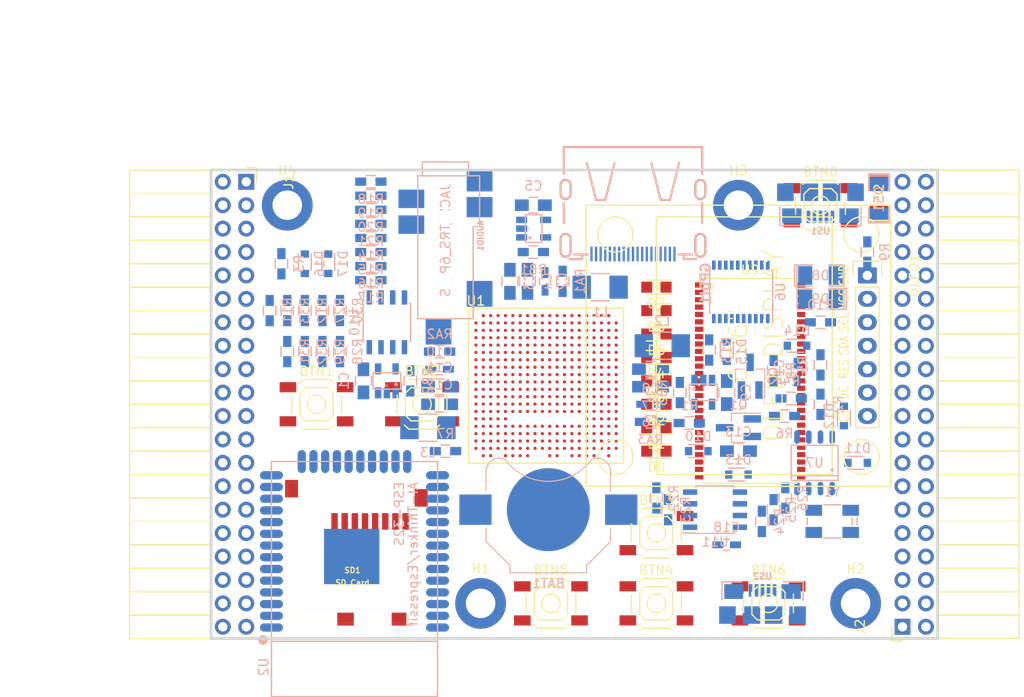
<source format=kicad_pcb>
(kicad_pcb (version 4) (host pcbnew 4.0.5+dfsg1-4)
  (layers (0 F.Cu signal) (1 In1.Cu signal) (2 In2.Cu signal) (31 B.Cu signal) (34 B.Paste user) (35 F.Paste user) (36 B.SilkS user) (37 F.SilkS user) (38 B.Mask user) (39 F.Mask user) (44 Edge.Cuts user))
  (net 0 "")
  (net 1 GND)
  (net 2 +5V)
  (net 3 /gpio/IN5V)
  (net 4 /gpio/OUT5V)
  (net 5 +3V3)
  (net 6 "Net-(L1-Pad1)")
  (net 7 "Net-(L2-Pad1)")
  (net 8 +1V2)
  (net 9 BTN_D)
  (net 10 BTN_F1)
  (net 11 BTN_F2)
  (net 12 BTN_L)
  (net 13 BTN_R)
  (net 14 BTN_U)
  (net 15 /power/FB1)
  (net 16 +2V5)
  (net 17 "Net-(L3-Pad1)")
  (net 18 /power/PWREN)
  (net 19 /power/FB3)
  (net 20 /power/FB2)
  (net 21 "Net-(D9-Pad1)")
  (net 22 /power/VBAT)
  (net 23 SD_3)
  (net 24 JTAG_TDI)
  (net 25 JTAG_TCK)
  (net 26 JTAG_TMS)
  (net 27 JTAG_TDO)
  (net 28 /power/WAKEUPn)
  (net 29 /power/WKUP)
  (net 30 /power/SHUT)
  (net 31 /power/WAKE)
  (net 32 /power/HOLD)
  (net 33 /power/WKn)
  (net 34 /power/OSCI_32k)
  (net 35 /power/OSCO_32k)
  (net 36 FTDI_nSUSPEND)
  (net 37 USB_FTDI_DM)
  (net 38 USB_FTDI_DP)
  (net 39 "Net-(Q2-Pad3)")
  (net 40 SHUTDOWN)
  (net 41 /analog/AUDIO_L)
  (net 42 /analog/AUDIO_R)
  (net 43 GPDI_5V_SCL)
  (net 44 GPDI_5V_SDA)
  (net 45 GPDI_SDA)
  (net 46 GPDI_SCL)
  (net 47 /gpdi/VREF2)
  (net 48 /blinkey/BTNPU)
  (net 49 SD_CMD)
  (net 50 SD_CLK)
  (net 51 SD_D0)
  (net 52 SD_D1)
  (net 53 USB5V)
  (net 54 /gpio/B11)
  (net 55 /gpio/C11)
  (net 56 /gpio/A10)
  (net 57 /gpio/A11)
  (net 58 /gpio/B10)
  (net 59 /gpio/A9)
  (net 60 /gpio/C10)
  (net 61 /gpio/B9)
  (net 62 /gpio/E9)
  (net 63 /gpio/D9)
  (net 64 /gpio/A8)
  (net 65 /gpio/A7)
  (net 66 /gpio/B8)
  (net 67 /gpio/C8)
  (net 68 /gpio/D8)
  (net 69 /gpio/E8)
  (net 70 /gpio/C7)
  (net 71 /gpio/C6)
  (net 72 /gpio/D7)
  (net 73 /gpio/E7)
  (net 74 /gpio/D6)
  (net 75 /gpio/E6)
  (net 76 /gpio/B6)
  (net 77 /gpio/A6)
  (net 78 /gpio/A19)
  (net 79 /gpio/B20)
  (net 80 /gpio/A18)
  (net 81 /gpio/B19)
  (net 82 /gpio/A17)
  (net 83 /gpio/B18)
  (net 84 /gpio/B17)
  (net 85 /gpio/C17)
  (net 86 /gpio/C16)
  (net 87 /gpio/D16)
  (net 88 /gpio/A16)
  (net 89 /gpio/B16)
  (net 90 /gpio/D15)
  (net 91 /gpio/E15)
  (net 92 /gpio/B15)
  (net 93 /gpio/C15)
  (net 94 /gpio/D14)
  (net 95 /gpio/E14)
  (net 96 /gpio/A14)
  (net 97 /gpio/C14)
  (net 98 /gpio/D13)
  (net 99 /gpio/E13)
  (net 100 /gpio/B13)
  (net 101 /gpio/C13)
  (net 102 /gpio/A12)
  (net 103 /gpio/A13)
  (net 104 /gpio/D12)
  (net 105 /gpio/E12)
  (net 106 /gpio/B12)
  (net 107 /gpio/C12)
  (net 108 /gpio/D11)
  (net 109 /gpio/E11)
  (net 110 "Net-(BTN0-Pad1)")
  (net 111 LED0)
  (net 112 LED1)
  (net 113 LED2)
  (net 114 LED3)
  (net 115 LED4)
  (net 116 LED5)
  (net 117 LED6)
  (net 118 LED7)
  (net 119 BTN_PWRn)
  (net 120 GPDI_ETH_N)
  (net 121 GPDI_ETH_P)
  (net 122 GPDI_D2_P)
  (net 123 GPDI_D2_N)
  (net 124 GPDI_D1_P)
  (net 125 GPDI_D1_N)
  (net 126 GPDI_D0_P)
  (net 127 GPDI_D0_N)
  (net 128 GPDI_CLK_P)
  (net 129 GPDI_CLK_N)
  (net 130 GPDI_CEC)
  (net 131 nRESET)
  (net 132 /usb/FT3V3)
  (net 133 FTDI_nDTR)
  (net 134 SDRAM_CKE)
  (net 135 SDRAM_A7)
  (net 136 SDRAM_D15)
  (net 137 SDRAM_BA1)
  (net 138 SDRAM_D7)
  (net 139 SDRAM_A6)
  (net 140 SDRAM_CLK)
  (net 141 SDRAM_D13)
  (net 142 SDRAM_BA0)
  (net 143 SDRAM_D6)
  (net 144 SDRAM_A5)
  (net 145 SDRAM_D14)
  (net 146 SDRAM_A11)
  (net 147 SDRAM_D12)
  (net 148 SDRAM_D5)
  (net 149 SDRAM_A4)
  (net 150 SDRAM_A10)
  (net 151 SDRAM_D11)
  (net 152 SDRAM_A3)
  (net 153 SDRAM_D4)
  (net 154 SDRAM_D10)
  (net 155 SDRAM_D9)
  (net 156 SDRAM_A9)
  (net 157 SDRAM_D3)
  (net 158 SDRAM_D8)
  (net 159 SDRAM_A8)
  (net 160 SDRAM_A2)
  (net 161 SDRAM_A1)
  (net 162 SDRAM_A0)
  (net 163 SDRAM_D2)
  (net 164 SDRAM_D1)
  (net 165 SDRAM_D0)
  (net 166 SDRAM_DQM0)
  (net 167 SDRAM_nCS)
  (net 168 SDRAM_nRAS)
  (net 169 SDRAM_DQM1)
  (net 170 SDRAM_nCAS)
  (net 171 SDRAM_nWE)
  (net 172 /flash/FLASH_nWP)
  (net 173 /flash/FLASH_nHOLD)
  (net 174 /flash/FLASH_MOSI)
  (net 175 /flash/FLASH_MISO)
  (net 176 /flash/FLASH_SCK)
  (net 177 /flash/FLASH_nCS)
  (net 178 /flash/FPGA_PROGRAMN)
  (net 179 /flash/FPGA_DONE)
  (net 180 /flash/FPGA_INITN)
  (module Keystone_3000_1x12mm-CoinCell:Keystone_3000_1x12mm-CoinCell (layer B.Cu) (at 135.73 98.25)
    (fp_text reference BAT1 (at 0 8) (layer B.SilkS) (effects (justify mirror)))
    (fp_text value CR1225)
    (pad 1 smd rect (at -7.9 0) (size 3.5 3.3) (layers B.Cu B.Paste B.Mask) (net 22 /power/VBAT))
    (pad 1 smd rect (at 7.9 0) (size 3.5 3.3) (layers B.Cu B.Paste B.Mask) (net 22 /power/VBAT))
    (pad 2 smd circle (at 0 0) (size 9 9) (layers B.Cu B.Mask) (net 1 GND))
  )
  (module SMD_Packages:SMD-1206_Pol (layer F.Cu) (at 171.57 64.341 90)
    (fp_text reference D52 (at 0 0 90) (layer F.SilkS))
    (fp_text value 2A)
    (pad 1 smd rect (at -1.651 0 90) (size 1.524 2.032) (layers F.Cu F.Paste F.Mask) (net 4 /gpio/OUT5V))
    (pad 2 smd rect (at 1.651 0 90) (size 1.524 2.032) (layers F.Cu F.Paste F.Mask) (net 2 +5V))
  )
  (module SMD_Packages:SMD-1206_Pol (layer B.Cu) (at 171.57 64.595 270)
    (fp_text reference D51 (at 0 0 270) (layer B.SilkS) (effects (justify mirror)))
    (fp_text value 2A)
    (pad 1 smd rect (at -1.651 0 270) (size 1.524 2.032) (layers B.Cu B.Paste B.Mask) (net 2 +5V))
    (pad 2 smd rect (at 1.651 0 270) (size 1.524 2.032) (layers B.Cu B.Paste B.Mask) (net 3 /gpio/IN5V))
  )
  (module micro-sd:MicroSD_TF02D (layer F.Cu) (at 114.5 110.52 180)
    (fp_text reference SD1 (at 0 5.7 180) (layer F.SilkS) (effects (font (size 0.59944 0.59944) (thickness 0.12446))))
    (fp_text value SD_Card (at 0 4.35 180) (layer F.SilkS) (effects (font (size 0.59944 0.59944) (thickness 0.12446))))
    (pad 1 smd rect (at 1.94 11 180) (size 0.7 1.8) (layers F.Cu F.Paste F.Mask) (net 23 SD_3))
    (pad 2 smd rect (at 0.84 11 180) (size 0.7 1.8) (layers F.Cu F.Paste F.Mask) (net 49 SD_CMD))
    (pad 3 smd rect (at -0.26 11 180) (size 0.7 1.8) (layers F.Cu F.Paste F.Mask) (net 1 GND))
    (pad 4 smd rect (at -1.36 11 180) (size 0.7 1.8) (layers F.Cu F.Paste F.Mask) (net 5 +3V3))
    (pad 5 smd rect (at -2.46 11 180) (size 0.7 1.8) (layers F.Cu F.Paste F.Mask) (net 50 SD_CLK))
    (pad 6 smd rect (at -3.56 11 180) (size 0.7 1.8) (layers F.Cu F.Paste F.Mask) (net 1 GND))
    (pad 7 smd rect (at -4.66 11 180) (size 0.7 1.8) (layers F.Cu F.Paste F.Mask) (net 51 SD_D0))
    (pad 8 smd rect (at -5.76 11 180) (size 0.7 1.8) (layers F.Cu F.Paste F.Mask) (net 52 SD_D1))
    (pad S smd rect (at -5.05 0.4 180) (size 1.6 1.4) (layers F.Cu F.Paste F.Mask))
    (pad S smd rect (at 0.75 0.4 180) (size 1.8 1.4) (layers F.Cu F.Paste F.Mask))
    (pad G smd rect (at -7.45 13.55 180) (size 1.4 1.9) (layers F.Cu F.Paste F.Mask))
    (pad G smd rect (at 6.6 14.55 180) (size 1.4 1.9) (layers F.Cu F.Paste F.Mask))
  )
  (module Resistors_SMD:R_1210_HandSoldering (layer B.Cu) (at 141.344 74.12)
    (fp_text reference L1 (at 0 2.7) (layer B.SilkS) (effects (justify mirror)))
    (fp_text value 2.2uH)
    (pad 1 smd rect (at -2 0) (size 2 2.5) (layers B.Cu B.Paste B.Mask) (net 6 "Net-(L1-Pad1)"))
    (pad 2 smd rect (at 2 0) (size 2 2.5) (layers B.Cu B.Paste B.Mask) (net 8 +1V2))
  )
  (module TSOT-25:TSOT-25 (layer B.Cu) (at 134.135 67.77 90)
    (fp_text reference U3 (at 0 -0.5 90) (layer B.SilkS) (effects (font (size 0.15 0.15) (thickness 0.0375)) (justify mirror)))
    (fp_text value AP3429A)
    (pad 1 smd rect (at -0.95 -1.3 90) (size 0.7 1.2) (layers B.Cu B.Paste B.Mask) (net 18 /power/PWREN))
    (pad 2 smd rect (at 0 -1.3 90) (size 0.7 1.2) (layers B.Cu B.Paste B.Mask) (net 1 GND))
    (pad 3 smd rect (at 0.95 -1.3 90) (size 0.7 1.2) (layers B.Cu B.Paste B.Mask) (net 6 "Net-(L1-Pad1)"))
    (pad 4 smd rect (at 0.95 1.3 90) (size 0.7 1.2) (layers B.Cu B.Paste B.Mask) (net 2 +5V))
    (pad 5 smd rect (at -0.95 1.3 90) (size 0.7 1.2) (layers B.Cu B.Paste B.Mask) (net 15 /power/FB1))
  )
  (module Resistors_SMD:R_1210_HandSoldering (layer B.Cu) (at 148.075 80.47 180)
    (fp_text reference L2 (at 0 2.7 180) (layer B.SilkS) (effects (justify mirror)))
    (fp_text value 2.2uH)
    (pad 1 smd rect (at -2 0 180) (size 2 2.5) (layers B.Cu B.Paste B.Mask) (net 7 "Net-(L2-Pad1)"))
    (pad 2 smd rect (at 2 0 180) (size 2 2.5) (layers B.Cu B.Paste B.Mask) (net 5 +3V3))
  )
  (module TSOT-25:TSOT-25 (layer B.Cu) (at 152.52 85.52)
    (fp_text reference U4 (at 0 -0.5) (layer B.SilkS) (effects (font (size 0.15 0.15) (thickness 0.0375)) (justify mirror)))
    (fp_text value AP3429A)
    (pad 1 smd rect (at -0.95 -1.3) (size 0.7 1.2) (layers B.Cu B.Paste B.Mask) (net 18 /power/PWREN))
    (pad 2 smd rect (at 0 -1.3) (size 0.7 1.2) (layers B.Cu B.Paste B.Mask) (net 1 GND))
    (pad 3 smd rect (at 0.95 -1.3) (size 0.7 1.2) (layers B.Cu B.Paste B.Mask) (net 7 "Net-(L2-Pad1)"))
    (pad 4 smd rect (at 0.95 1.3) (size 0.7 1.2) (layers B.Cu B.Paste B.Mask) (net 2 +5V))
    (pad 5 smd rect (at -0.95 1.3) (size 0.7 1.2) (layers B.Cu B.Paste B.Mask) (net 19 /power/FB3))
  )
  (module Buttons_Switches_SMD:SW_SPST_SKQG (layer F.Cu) (at 110.61 86.82)
    (fp_text reference BTN1 (at 0 -3.6) (layer F.SilkS))
    (fp_text value FIRE1)
    (pad 1 smd rect (at -3.1 -1.85) (size 1.8 1.1) (layers F.Cu F.Paste F.Mask) (net 48 /blinkey/BTNPU))
    (pad 1 smd rect (at 3.1 -1.85) (size 1.8 1.1) (layers F.Cu F.Paste F.Mask) (net 48 /blinkey/BTNPU))
    (pad 2 smd rect (at -3.1 1.85) (size 1.8 1.1) (layers F.Cu F.Paste F.Mask) (net 10 BTN_F1))
    (pad 2 smd rect (at 3.1 1.85) (size 1.8 1.1) (layers F.Cu F.Paste F.Mask) (net 10 BTN_F1))
  )
  (module Buttons_Switches_SMD:SW_SPST_SKQG (layer F.Cu) (at 122.04 86.82)
    (fp_text reference BTN2 (at 0 -3.6) (layer F.SilkS))
    (fp_text value FIRE2)
    (pad 1 smd rect (at -3.1 -1.85) (size 1.8 1.1) (layers F.Cu F.Paste F.Mask) (net 48 /blinkey/BTNPU))
    (pad 1 smd rect (at 3.1 -1.85) (size 1.8 1.1) (layers F.Cu F.Paste F.Mask) (net 48 /blinkey/BTNPU))
    (pad 2 smd rect (at -3.1 1.85) (size 1.8 1.1) (layers F.Cu F.Paste F.Mask) (net 11 BTN_F2))
    (pad 2 smd rect (at 3.1 1.85) (size 1.8 1.1) (layers F.Cu F.Paste F.Mask) (net 11 BTN_F2))
  )
  (module Buttons_Switches_SMD:SW_SPST_SKQG (layer F.Cu) (at 147.44 100.79)
    (fp_text reference BTN3 (at 0 -3.6) (layer F.SilkS))
    (fp_text value UP)
    (pad 1 smd rect (at -3.1 -1.85) (size 1.8 1.1) (layers F.Cu F.Paste F.Mask) (net 48 /blinkey/BTNPU))
    (pad 1 smd rect (at 3.1 -1.85) (size 1.8 1.1) (layers F.Cu F.Paste F.Mask) (net 48 /blinkey/BTNPU))
    (pad 2 smd rect (at -3.1 1.85) (size 1.8 1.1) (layers F.Cu F.Paste F.Mask) (net 14 BTN_U))
    (pad 2 smd rect (at 3.1 1.85) (size 1.8 1.1) (layers F.Cu F.Paste F.Mask) (net 14 BTN_U))
  )
  (module Buttons_Switches_SMD:SW_SPST_SKQG (layer F.Cu) (at 147.44 108.41)
    (fp_text reference BTN4 (at 0 -3.6) (layer F.SilkS))
    (fp_text value DOWN)
    (pad 1 smd rect (at -3.1 -1.85) (size 1.8 1.1) (layers F.Cu F.Paste F.Mask) (net 48 /blinkey/BTNPU))
    (pad 1 smd rect (at 3.1 -1.85) (size 1.8 1.1) (layers F.Cu F.Paste F.Mask) (net 48 /blinkey/BTNPU))
    (pad 2 smd rect (at -3.1 1.85) (size 1.8 1.1) (layers F.Cu F.Paste F.Mask) (net 9 BTN_D))
    (pad 2 smd rect (at 3.1 1.85) (size 1.8 1.1) (layers F.Cu F.Paste F.Mask) (net 9 BTN_D))
  )
  (module Buttons_Switches_SMD:SW_SPST_SKQG (layer F.Cu) (at 136.01 108.41)
    (fp_text reference BTN5 (at 0 -3.6) (layer F.SilkS))
    (fp_text value LEFT)
    (pad 1 smd rect (at -3.1 -1.85) (size 1.8 1.1) (layers F.Cu F.Paste F.Mask) (net 48 /blinkey/BTNPU))
    (pad 1 smd rect (at 3.1 -1.85) (size 1.8 1.1) (layers F.Cu F.Paste F.Mask) (net 48 /blinkey/BTNPU))
    (pad 2 smd rect (at -3.1 1.85) (size 1.8 1.1) (layers F.Cu F.Paste F.Mask) (net 12 BTN_L))
    (pad 2 smd rect (at 3.1 1.85) (size 1.8 1.1) (layers F.Cu F.Paste F.Mask) (net 12 BTN_L))
  )
  (module Buttons_Switches_SMD:SW_SPST_SKQG (layer F.Cu) (at 159.59 108.41)
    (fp_text reference BTN6 (at 0 -3.6) (layer F.SilkS))
    (fp_text value RIGHT)
    (pad 1 smd rect (at -3.1 -1.85) (size 1.8 1.1) (layers F.Cu F.Paste F.Mask) (net 48 /blinkey/BTNPU))
    (pad 1 smd rect (at 3.1 -1.85) (size 1.8 1.1) (layers F.Cu F.Paste F.Mask) (net 48 /blinkey/BTNPU))
    (pad 2 smd rect (at -3.1 1.85) (size 1.8 1.1) (layers F.Cu F.Paste F.Mask) (net 13 BTN_R))
    (pad 2 smd rect (at 3.1 1.85) (size 1.8 1.1) (layers F.Cu F.Paste F.Mask) (net 13 BTN_R))
  )
  (module LEDs:LED_0805 (layer F.Cu) (at 147.44 91.9 180)
    (fp_text reference D0 (at 0 -1.75 180) (layer F.SilkS))
    (fp_text value LED)
    (pad 2 smd rect (at 1.04902 0) (size 1.19888 1.19888) (layers F.Cu F.Paste F.Mask) (net 111 LED0))
    (pad 1 smd rect (at -1.04902 0) (size 1.19888 1.19888) (layers F.Cu F.Paste F.Mask) (net 1 GND))
  )
  (module LEDs:LED_0805 (layer F.Cu) (at 147.44 89.36 180)
    (fp_text reference D1 (at 0 -1.75 180) (layer F.SilkS))
    (fp_text value LED)
    (pad 2 smd rect (at 1.04902 0) (size 1.19888 1.19888) (layers F.Cu F.Paste F.Mask) (net 112 LED1))
    (pad 1 smd rect (at -1.04902 0) (size 1.19888 1.19888) (layers F.Cu F.Paste F.Mask) (net 1 GND))
  )
  (module LEDs:LED_0805 (layer F.Cu) (at 147.44 86.82 180)
    (fp_text reference D2 (at 0 -1.75 180) (layer F.SilkS))
    (fp_text value LED)
    (pad 2 smd rect (at 1.04902 0) (size 1.19888 1.19888) (layers F.Cu F.Paste F.Mask) (net 113 LED2))
    (pad 1 smd rect (at -1.04902 0) (size 1.19888 1.19888) (layers F.Cu F.Paste F.Mask) (net 1 GND))
  )
  (module LEDs:LED_0805 (layer F.Cu) (at 147.44 84.28 180)
    (fp_text reference D3 (at 0 -1.75 180) (layer F.SilkS))
    (fp_text value LED)
    (pad 2 smd rect (at 1.04902 0) (size 1.19888 1.19888) (layers F.Cu F.Paste F.Mask) (net 114 LED3))
    (pad 1 smd rect (at -1.04902 0) (size 1.19888 1.19888) (layers F.Cu F.Paste F.Mask) (net 1 GND))
  )
  (module LEDs:LED_0805 (layer F.Cu) (at 147.44 81.74 180)
    (fp_text reference D4 (at 0 -1.75 180) (layer F.SilkS))
    (fp_text value LED)
    (pad 2 smd rect (at 1.04902 0) (size 1.19888 1.19888) (layers F.Cu F.Paste F.Mask) (net 115 LED4))
    (pad 1 smd rect (at -1.04902 0) (size 1.19888 1.19888) (layers F.Cu F.Paste F.Mask) (net 1 GND))
  )
  (module LEDs:LED_0805 (layer F.Cu) (at 147.44 79.2 180)
    (fp_text reference D5 (at 0 -1.75 180) (layer F.SilkS))
    (fp_text value LED)
    (pad 2 smd rect (at 1.04902 0) (size 1.19888 1.19888) (layers F.Cu F.Paste F.Mask) (net 116 LED5))
    (pad 1 smd rect (at -1.04902 0) (size 1.19888 1.19888) (layers F.Cu F.Paste F.Mask) (net 1 GND))
  )
  (module LEDs:LED_0805 (layer F.Cu) (at 147.44 76.66 180)
    (fp_text reference D6 (at 0 -1.75 180) (layer F.SilkS))
    (fp_text value LED)
    (pad 2 smd rect (at 1.04902 0) (size 1.19888 1.19888) (layers F.Cu F.Paste F.Mask) (net 117 LED6))
    (pad 1 smd rect (at -1.04902 0) (size 1.19888 1.19888) (layers F.Cu F.Paste F.Mask) (net 1 GND))
  )
  (module LEDs:LED_0805 (layer F.Cu) (at 147.44 74.12 180)
    (fp_text reference D7 (at 0 -1.75 180) (layer F.SilkS))
    (fp_text value LED)
    (pad 2 smd rect (at 1.04902 0) (size 1.19888 1.19888) (layers F.Cu F.Paste F.Mask) (net 118 LED7))
    (pad 1 smd rect (at -1.04902 0) (size 1.19888 1.19888) (layers F.Cu F.Paste F.Mask) (net 1 GND))
  )
  (module Resistors_SMD:R_1210_HandSoldering (layer B.Cu) (at 122.675 89.36)
    (fp_text reference L3 (at 0 2.7) (layer B.SilkS) (effects (justify mirror)))
    (fp_text value 2.2uH)
    (pad 1 smd rect (at -2 0) (size 2 2.5) (layers B.Cu B.Paste B.Mask) (net 17 "Net-(L3-Pad1)"))
    (pad 2 smd rect (at 2 0) (size 2 2.5) (layers B.Cu B.Paste B.Mask) (net 16 +2V5))
  )
  (module TSOT-25:TSOT-25 (layer B.Cu) (at 118.23 84.28 180)
    (fp_text reference U5 (at 0 -0.5 180) (layer B.SilkS) (effects (font (size 0.15 0.15) (thickness 0.0375)) (justify mirror)))
    (fp_text value AP3429A)
    (pad 1 smd rect (at -0.95 -1.3 180) (size 0.7 1.2) (layers B.Cu B.Paste B.Mask) (net 18 /power/PWREN))
    (pad 2 smd rect (at 0 -1.3 180) (size 0.7 1.2) (layers B.Cu B.Paste B.Mask) (net 1 GND))
    (pad 3 smd rect (at 0.95 -1.3 180) (size 0.7 1.2) (layers B.Cu B.Paste B.Mask) (net 17 "Net-(L3-Pad1)"))
    (pad 4 smd rect (at 0.95 1.3 180) (size 0.7 1.2) (layers B.Cu B.Paste B.Mask) (net 2 +5V))
    (pad 5 smd rect (at -0.95 1.3 180) (size 0.7 1.2) (layers B.Cu B.Paste B.Mask) (net 20 /power/FB2))
  )
  (module Capacitors_SMD:C_0805_HandSoldering (layer B.Cu) (at 115.69 84.28 270)
    (fp_text reference C1 (at 0 2.1 270) (layer B.SilkS) (effects (justify mirror)))
    (fp_text value 22uF)
    (pad 1 smd rect (at -1.25 0 270) (size 1.5 1.25) (layers B.Cu B.Paste B.Mask) (net 2 +5V))
    (pad 2 smd rect (at 1.25 0 270) (size 1.5 1.25) (layers B.Cu B.Paste B.Mask) (net 1 GND))
  )
  (module Capacitors_SMD:C_0805_HandSoldering (layer B.Cu) (at 131.565 73.485 90)
    (fp_text reference C3 (at 0 2.1 90) (layer B.SilkS) (effects (justify mirror)))
    (fp_text value 22uF)
    (pad 1 smd rect (at -1.25 0 90) (size 1.5 1.25) (layers B.Cu B.Paste B.Mask) (net 8 +1V2))
    (pad 2 smd rect (at 1.25 0 90) (size 1.5 1.25) (layers B.Cu B.Paste B.Mask) (net 1 GND))
  )
  (module Capacitors_SMD:C_0805_HandSoldering (layer B.Cu) (at 133.47 73.485 90)
    (fp_text reference C4 (at 0 2.1 90) (layer B.SilkS) (effects (justify mirror)))
    (fp_text value 22uF)
    (pad 1 smd rect (at -1.25 0 90) (size 1.5 1.25) (layers B.Cu B.Paste B.Mask) (net 8 +1V2))
    (pad 2 smd rect (at 1.25 0 90) (size 1.5 1.25) (layers B.Cu B.Paste B.Mask) (net 1 GND))
  )
  (module Capacitors_SMD:C_0805_HandSoldering (layer B.Cu) (at 134.105 65.23 180)
    (fp_text reference C5 (at 0 2.1 180) (layer B.SilkS) (effects (justify mirror)))
    (fp_text value 22uF)
    (pad 1 smd rect (at -1.25 0 180) (size 1.5 1.25) (layers B.Cu B.Paste B.Mask) (net 2 +5V))
    (pad 2 smd rect (at 1.25 0 180) (size 1.5 1.25) (layers B.Cu B.Paste B.Mask) (net 1 GND))
  )
  (module Capacitors_SMD:C_0805_HandSoldering (layer B.Cu) (at 146.805 84.915)
    (fp_text reference C7 (at 0 2.1) (layer B.SilkS) (effects (justify mirror)))
    (fp_text value 22uF)
    (pad 1 smd rect (at -1.25 0) (size 1.5 1.25) (layers B.Cu B.Paste B.Mask) (net 5 +3V3))
    (pad 2 smd rect (at 1.25 0) (size 1.5 1.25) (layers B.Cu B.Paste B.Mask) (net 1 GND))
  )
  (module Capacitors_SMD:C_0805_HandSoldering (layer B.Cu) (at 146.805 83.01)
    (fp_text reference C8 (at 0 2.1) (layer B.SilkS) (effects (justify mirror)))
    (fp_text value 22uF)
    (pad 1 smd rect (at -1.25 0) (size 1.5 1.25) (layers B.Cu B.Paste B.Mask) (net 5 +3V3))
    (pad 2 smd rect (at 1.25 0) (size 1.5 1.25) (layers B.Cu B.Paste B.Mask) (net 1 GND))
  )
  (module Capacitors_SMD:C_0805_HandSoldering (layer B.Cu) (at 155.06 85.55 90)
    (fp_text reference C9 (at 0 2.1 90) (layer B.SilkS) (effects (justify mirror)))
    (fp_text value 22uF)
    (pad 1 smd rect (at -1.25 0 90) (size 1.5 1.25) (layers B.Cu B.Paste B.Mask) (net 2 +5V))
    (pad 2 smd rect (at 1.25 0 90) (size 1.5 1.25) (layers B.Cu B.Paste B.Mask) (net 1 GND))
  )
  (module Capacitors_SMD:C_0805_HandSoldering (layer B.Cu) (at 123.945 84.915 180)
    (fp_text reference C11 (at 0 2.1 180) (layer B.SilkS) (effects (justify mirror)))
    (fp_text value 22uF)
    (pad 1 smd rect (at -1.25 0 180) (size 1.5 1.25) (layers B.Cu B.Paste B.Mask) (net 16 +2V5))
    (pad 2 smd rect (at 1.25 0 180) (size 1.5 1.25) (layers B.Cu B.Paste B.Mask) (net 1 GND))
  )
  (module Capacitors_SMD:C_0805_HandSoldering (layer B.Cu) (at 123.945 86.82 180)
    (fp_text reference C12 (at 0 2.1 180) (layer B.SilkS) (effects (justify mirror)))
    (fp_text value 22uF)
    (pad 1 smd rect (at -1.25 0 180) (size 1.5 1.25) (layers B.Cu B.Paste B.Mask) (net 16 +2V5))
    (pad 2 smd rect (at 1.25 0 180) (size 1.5 1.25) (layers B.Cu B.Paste B.Mask) (net 1 GND))
  )
  (module SMD_Packages:SMD-1206_Pol (layer B.Cu) (at 165.22 72.85)
    (fp_text reference D8 (at 0 0) (layer B.SilkS) (effects (justify mirror)))
    (fp_text value 2A)
    (pad 1 smd rect (at -1.651 0) (size 1.524 2.032) (layers B.Cu B.Paste B.Mask) (net 2 +5V))
    (pad 2 smd rect (at 1.651 0) (size 1.524 2.032) (layers B.Cu B.Paste B.Mask) (net 53 USB5V))
  )
  (module SMD_Packages:SMD-1206_Pol (layer B.Cu) (at 165.22 75.39 180)
    (fp_text reference D9 (at 0 0 180) (layer B.SilkS) (effects (justify mirror)))
    (fp_text value 2A)
    (pad 1 smd rect (at -1.651 0 180) (size 1.524 2.032) (layers B.Cu B.Paste B.Mask) (net 21 "Net-(D9-Pad1)"))
    (pad 2 smd rect (at 1.651 0 180) (size 1.524 2.032) (layers B.Cu B.Paste B.Mask) (net 2 +5V))
  )
  (module Power_Integrations:SO-8 (layer B.Cu) (at 164.585 93.17 180)
    (fp_text reference U7 (at 0 0 180) (layer B.SilkS) (effects (justify mirror)))
    (fp_text value PCF8523)
    (pad 1 smd oval (at -1.905 -2.794 180) (size 0.6096 1.4732) (layers B.Cu B.Paste B.Mask) (net 34 /power/OSCI_32k))
    (pad 2 smd oval (at -0.635 -2.794 180) (size 0.6096 1.4732) (layers B.Cu B.Paste B.Mask) (net 35 /power/OSCO_32k))
    (pad 3 smd oval (at 0.635 -2.794 180) (size 0.6096 1.4732) (layers B.Cu B.Paste B.Mask) (net 22 /power/VBAT))
    (pad 4 smd oval (at 1.905 -2.794 180) (size 0.6096 1.4732) (layers B.Cu B.Paste B.Mask) (net 1 GND))
    (pad 5 smd oval (at 1.905 2.794 180) (size 0.6096 1.4732) (layers B.Cu B.Paste B.Mask))
    (pad 6 smd oval (at 0.635 2.794 180) (size 0.6096 1.4732) (layers B.Cu B.Paste B.Mask))
    (pad 7 smd oval (at -0.635 2.794 180) (size 0.6096 1.4732) (layers B.Cu B.Paste B.Mask) (net 28 /power/WAKEUPn))
    (pad 8 smd oval (at -1.905 2.794 180) (size 0.6096 1.4732) (layers B.Cu B.Paste B.Mask) (net 16 +2V5))
  )
  (module Capacitors_SMD:C_0805_HandSoldering (layer B.Cu) (at 156.33 91.9 180)
    (fp_text reference C13 (at 0 2.1 180) (layer B.SilkS) (effects (justify mirror)))
    (fp_text value 2.2uF)
    (pad 1 smd rect (at -1.25 0 180) (size 1.5 1.25) (layers B.Cu B.Paste B.Mask) (net 2 +5V))
    (pad 2 smd rect (at 1.25 0 180) (size 1.5 1.25) (layers B.Cu B.Paste B.Mask) (net 29 /power/WKUP))
  )
  (module Diodes_SMD:D_0805 (layer B.Cu) (at 151.978 91.9)
    (fp_text reference D10 (at 0 -1.6) (layer B.SilkS) (effects (justify mirror)))
    (fp_text value 1N4148)
    (pad 1 smd rect (at -1.05 0) (size 0.8 0.9) (layers B.Cu B.Paste B.Mask) (net 31 /power/WAKE))
    (pad 2 smd rect (at 1.05 0) (size 0.8 0.9) (layers B.Cu B.Paste B.Mask) (net 29 /power/WKUP))
  )
  (module Diodes_SMD:D_0805 (layer B.Cu) (at 169.25 93.17)
    (fp_text reference D11 (at 0 -1.6) (layer B.SilkS) (effects (justify mirror)))
    (fp_text value 1N4148)
    (pad 1 smd rect (at -1.05 0) (size 0.8 0.9) (layers B.Cu B.Paste B.Mask) (net 32 /power/HOLD))
    (pad 2 smd rect (at 1.05 0) (size 0.8 0.9) (layers B.Cu B.Paste B.Mask) (net 5 +3V3))
  )
  (module Diodes_SMD:D_0805 (layer B.Cu) (at 155.06 81.105 270)
    (fp_text reference D15 (at 0 -1.6 270) (layer B.SilkS) (effects (justify mirror)))
    (fp_text value BAT42)
    (pad 1 smd rect (at -1.05 0 270) (size 0.8 0.9) (layers B.Cu B.Paste B.Mask) (net 30 /power/SHUT))
    (pad 2 smd rect (at 1.05 0 270) (size 0.8 0.9) (layers B.Cu B.Paste B.Mask) (net 40 SHUTDOWN))
  )
  (module Diodes_SMD:D_0805 (layer B.Cu) (at 167.76 88.09 90)
    (fp_text reference D12 (at 0 -1.6 90) (layer B.SilkS) (effects (justify mirror)))
    (fp_text value 1N4148)
    (pad 1 smd rect (at -1.05 0 90) (size 0.8 0.9) (layers B.Cu B.Paste B.Mask) (net 18 /power/PWREN))
    (pad 2 smd rect (at 1.05 0 90) (size 0.8 0.9) (layers B.Cu B.Paste B.Mask) (net 36 FTDI_nSUSPEND))
  )
  (module usb_otg:USB-MICRO-B-FCI-10118192-0001LF (layer B.Cu) (at 165.22 63.825)
    (fp_text reference US1 (at 0 4.2) (layer B.SilkS) (effects (font (size 0.7 0.7)) (justify mirror)))
    (fp_text value USB_FTDI hide)
    (pad 6 smd rect (at -3.1 2.55) (size 2.1 1.6) (layers B.Cu B.Paste B.Mask) (net 1 GND))
    (pad 6 smd rect (at 3.1 2.55) (size 2.1 1.6) (layers B.Cu B.Paste B.Mask) (net 1 GND))
    (pad "" smd rect (at -1.2 0) (size 1.9 1.9) (layers B.Cu B.Paste B.Mask))
    (pad "" smd rect (at 1.2 0) (size 1.9 1.9) (layers B.Cu B.Paste B.Mask))
    (pad 1 smd rect (at -1.3 2.675) (size 0.4 1.35) (layers B.Cu B.Paste B.Mask) (net 53 USB5V))
    (pad 2 smd rect (at -0.65 2.675) (size 0.4 1.35) (layers B.Cu B.Paste B.Mask) (net 37 USB_FTDI_DM))
    (pad 3 smd rect (at 0 2.675) (size 0.4 1.35) (layers B.Cu B.Paste B.Mask) (net 38 USB_FTDI_DP))
    (pad 4 smd rect (at 0.65 2.675) (size 0.4 1.35) (layers B.Cu B.Paste B.Mask))
    (pad 5 smd rect (at 1.3 2.675) (size 0.4 1.35) (layers B.Cu B.Paste B.Mask) (net 1 GND))
    (pad "" smd rect (at -3.8 0) (size 1.8 1.9) (layers B.Cu B.Paste B.Mask))
    (pad "" smd rect (at 3.8 0) (size 1.8 1.9) (layers B.Cu B.Paste B.Mask))
  )
  (module usb_otg:USB-MICRO-B-FCI-10118192-0001LF (layer B.Cu) (at 158.94 109.68 180)
    (fp_text reference US2 (at 0 4.2 180) (layer B.SilkS) (effects (font (size 0.7 0.7)) (justify mirror)))
    (fp_text value USB_FPGA hide)
    (pad 6 smd rect (at -3.1 2.55 180) (size 2.1 1.6) (layers B.Cu B.Paste B.Mask) (net 1 GND))
    (pad 6 smd rect (at 3.1 2.55 180) (size 2.1 1.6) (layers B.Cu B.Paste B.Mask) (net 1 GND))
    (pad "" smd rect (at -1.2 0 180) (size 1.9 1.9) (layers B.Cu B.Paste B.Mask))
    (pad "" smd rect (at 1.2 0 180) (size 1.9 1.9) (layers B.Cu B.Paste B.Mask))
    (pad 1 smd rect (at -1.3 2.675 180) (size 0.4 1.35) (layers B.Cu B.Paste B.Mask) (net 21 "Net-(D9-Pad1)"))
    (pad 2 smd rect (at -0.65 2.675 180) (size 0.4 1.35) (layers B.Cu B.Paste B.Mask))
    (pad 3 smd rect (at 0 2.675 180) (size 0.4 1.35) (layers B.Cu B.Paste B.Mask))
    (pad 4 smd rect (at 0.65 2.675 180) (size 0.4 1.35) (layers B.Cu B.Paste B.Mask))
    (pad 5 smd rect (at 1.3 2.675 180) (size 0.4 1.35) (layers B.Cu B.Paste B.Mask) (net 1 GND))
    (pad "" smd rect (at -3.8 0 180) (size 1.8 1.9) (layers B.Cu B.Paste B.Mask))
    (pad "" smd rect (at 3.8 0 180) (size 1.8 1.9) (layers B.Cu B.Paste B.Mask))
  )
  (module audio-jack:CUI_SJ-43516-SMT (layer B.Cu) (at 124.58 69.04 270)
    (fp_text reference AUDIO1 (at -0.5 -3.8 270) (layer B.SilkS) (effects (font (size 0.6096 0.6096) (thickness 0.1524)) (justify mirror)))
    (fp_text value JACK_TRS_6PINS (at 0 0 270) (layer B.SilkS) (effects (justify mirror)))
    (pad 1 smd rect (at -6.4 -3.7 270) (size 2.2 2.8) (layers B.Cu B.Paste B.Mask) (net 41 /analog/AUDIO_L))
    (pad 4 smd rect (at -3.6 -3.7 270) (size 2.2 2.8) (layers B.Cu B.Paste B.Mask))
    (pad 2 smd rect (at 5.8 -3.7 270) (size 2.8 2.8) (layers B.Cu B.Paste B.Mask) (net 1 GND))
    (pad 5 smd rect (at 9.9 0.75 270) (size 2.8 2.8) (layers B.Cu B.Paste B.Mask))
    (pad 3 smd rect (at -1.7 3.7 270) (size 2 2.8) (layers B.Cu B.Paste B.Mask) (net 42 /analog/AUDIO_R))
    (pad 6 smd rect (at -4.5 3.7 270) (size 2 2.8) (layers B.Cu B.Paste B.Mask))
    (pad "" np_thru_hole circle (at -2.5 0 270) (size 1.7 1.7) (drill 1.7) (layers *.Cu *.Mask B.SilkS) (clearance 0.4))
    (pad "" np_thru_hole circle (at 4.5 0 270) (size 1.7 1.7) (drill 1.7) (layers *.Cu *.Mask B.SilkS) (clearance 0.4))
  )
  (module abs25:Crystal_SMD_ABS25 (layer B.Cu) (at 166.49 99.52 180)
    (fp_text reference Y1 (at 0 3.2 180) (layer B.SilkS) (effects (justify mirror)))
    (fp_text value 32768Hz)
    (pad 4 smd rect (at -2 1.2 180) (size 1.8 1.2) (layers B.Cu B.Paste B.Mask) (net 35 /power/OSCO_32k))
    (pad 3 smd rect (at 2 1.2 180) (size 1.8 1.2) (layers B.Cu B.Paste B.Mask))
    (pad 2 smd rect (at 2 -1.2 180) (size 1.8 1.2) (layers B.Cu B.Paste B.Mask))
    (pad 1 smd rect (at -2 -1.2 180) (size 1.8 1.2) (layers B.Cu B.Paste B.Mask) (net 34 /power/OSCI_32k))
  )
  (module TSOP54:TSOP54 (layer F.Cu) (at 157.6 84.28)
    (fp_text reference U9 (at 0 -12) (layer F.SilkS))
    (fp_text value MT48LC16M16A2TG)
    (pad 28 smd rect (at 5.53 10.4) (size 0.9 0.56) (layers F.Cu F.Paste F.Mask) (net 1 GND))
    (pad 1 smd rect (at -5.53 -10.4) (size 0.9 0.56) (layers F.Cu F.Paste F.Mask) (net 5 +3V3))
    (pad 2 smd rect (at -5.53 -9.6) (size 0.9 0.56) (layers F.Cu F.Paste F.Mask) (net 165 SDRAM_D0))
    (pad 3 smd rect (at -5.53 -8.8) (size 0.9 0.56) (layers F.Cu F.Paste F.Mask) (net 5 +3V3))
    (pad 4 smd rect (at -5.53 -8) (size 0.9 0.56) (layers F.Cu F.Paste F.Mask) (net 164 SDRAM_D1))
    (pad 5 smd rect (at -5.53 -7.2) (size 0.9 0.56) (layers F.Cu F.Paste F.Mask) (net 163 SDRAM_D2))
    (pad 6 smd rect (at -5.53 -6.4) (size 0.9 0.56) (layers F.Cu F.Paste F.Mask) (net 1 GND))
    (pad 7 smd rect (at -5.53 -5.6) (size 0.9 0.56) (layers F.Cu F.Paste F.Mask) (net 157 SDRAM_D3))
    (pad 8 smd rect (at -5.53 -4.8) (size 0.9 0.56) (layers F.Cu F.Paste F.Mask) (net 153 SDRAM_D4))
    (pad 9 smd rect (at -5.53 -4) (size 0.9 0.56) (layers F.Cu F.Paste F.Mask) (net 5 +3V3))
    (pad 10 smd rect (at -5.53 -3.2) (size 0.9 0.56) (layers F.Cu F.Paste F.Mask) (net 148 SDRAM_D5))
    (pad 11 smd rect (at -5.53 -2.4) (size 0.9 0.56) (layers F.Cu F.Paste F.Mask) (net 143 SDRAM_D6))
    (pad 12 smd rect (at -5.53 -1.6) (size 0.9 0.56) (layers F.Cu F.Paste F.Mask) (net 1 GND))
    (pad 13 smd rect (at -5.53 -0.8) (size 0.9 0.56) (layers F.Cu F.Paste F.Mask) (net 138 SDRAM_D7))
    (pad 14 smd rect (at -5.53 0) (size 0.9 0.56) (layers F.Cu F.Paste F.Mask) (net 5 +3V3))
    (pad 15 smd rect (at -5.53 0.8) (size 0.9 0.56) (layers F.Cu F.Paste F.Mask) (net 166 SDRAM_DQM0))
    (pad 16 smd rect (at -5.53 1.6) (size 0.9 0.56) (layers F.Cu F.Paste F.Mask) (net 171 SDRAM_nWE))
    (pad 17 smd rect (at -5.53 2.4) (size 0.9 0.56) (layers F.Cu F.Paste F.Mask) (net 170 SDRAM_nCAS))
    (pad 18 smd rect (at -5.53 3.2) (size 0.9 0.56) (layers F.Cu F.Paste F.Mask) (net 168 SDRAM_nRAS))
    (pad 19 smd rect (at -5.53 4) (size 0.9 0.56) (layers F.Cu F.Paste F.Mask) (net 167 SDRAM_nCS))
    (pad 20 smd rect (at -5.53 4.8) (size 0.9 0.56) (layers F.Cu F.Paste F.Mask) (net 142 SDRAM_BA0))
    (pad 21 smd rect (at -5.53 5.6) (size 0.9 0.56) (layers F.Cu F.Paste F.Mask) (net 137 SDRAM_BA1))
    (pad 22 smd rect (at -5.53 6.4) (size 0.9 0.56) (layers F.Cu F.Paste F.Mask) (net 150 SDRAM_A10))
    (pad 23 smd rect (at -5.53 7.2) (size 0.9 0.56) (layers F.Cu F.Paste F.Mask) (net 162 SDRAM_A0))
    (pad 24 smd rect (at -5.53 8) (size 0.9 0.56) (layers F.Cu F.Paste F.Mask) (net 161 SDRAM_A1))
    (pad 25 smd rect (at -5.53 8.8) (size 0.9 0.56) (layers F.Cu F.Paste F.Mask) (net 160 SDRAM_A2))
    (pad 26 smd rect (at -5.53 9.6) (size 0.9 0.56) (layers F.Cu F.Paste F.Mask) (net 152 SDRAM_A3))
    (pad 27 smd rect (at -5.53 10.4) (size 0.9 0.56) (layers F.Cu F.Paste F.Mask) (net 5 +3V3))
    (pad 29 smd rect (at 5.53 9.6) (size 0.9 0.56) (layers F.Cu F.Paste F.Mask) (net 149 SDRAM_A4))
    (pad 30 smd rect (at 5.53 8.8) (size 0.9 0.56) (layers F.Cu F.Paste F.Mask) (net 144 SDRAM_A5))
    (pad 31 smd rect (at 5.53 8) (size 0.9 0.56) (layers F.Cu F.Paste F.Mask) (net 139 SDRAM_A6))
    (pad 32 smd rect (at 5.53 7.2) (size 0.9 0.56) (layers F.Cu F.Paste F.Mask) (net 135 SDRAM_A7))
    (pad 33 smd rect (at 5.53 6.4) (size 0.9 0.56) (layers F.Cu F.Paste F.Mask) (net 159 SDRAM_A8))
    (pad 34 smd rect (at 5.53 5.6) (size 0.9 0.56) (layers F.Cu F.Paste F.Mask) (net 156 SDRAM_A9))
    (pad 35 smd rect (at 5.53 4.8) (size 0.9 0.56) (layers F.Cu F.Paste F.Mask) (net 146 SDRAM_A11))
    (pad 36 smd rect (at 5.53 4) (size 0.9 0.56) (layers F.Cu F.Paste F.Mask))
    (pad 37 smd rect (at 5.53 3.2) (size 0.9 0.56) (layers F.Cu F.Paste F.Mask) (net 134 SDRAM_CKE))
    (pad 38 smd rect (at 5.53 2.4) (size 0.9 0.56) (layers F.Cu F.Paste F.Mask) (net 140 SDRAM_CLK))
    (pad 39 smd rect (at 5.53 1.6) (size 0.9 0.56) (layers F.Cu F.Paste F.Mask) (net 169 SDRAM_DQM1))
    (pad 40 smd rect (at 5.53 0.8) (size 0.9 0.56) (layers F.Cu F.Paste F.Mask))
    (pad 41 smd rect (at 5.53 0) (size 0.9 0.56) (layers F.Cu F.Paste F.Mask) (net 1 GND))
    (pad 42 smd rect (at 5.53 -0.8) (size 0.9 0.56) (layers F.Cu F.Paste F.Mask) (net 158 SDRAM_D8))
    (pad 43 smd rect (at 5.53 -1.6) (size 0.9 0.56) (layers F.Cu F.Paste F.Mask) (net 5 +3V3))
    (pad 44 smd rect (at 5.53 -2.4) (size 0.9 0.56) (layers F.Cu F.Paste F.Mask) (net 155 SDRAM_D9))
    (pad 45 smd rect (at 5.53 -3.2) (size 0.9 0.56) (layers F.Cu F.Paste F.Mask) (net 154 SDRAM_D10))
    (pad 46 smd rect (at 5.53 -4) (size 0.9 0.56) (layers F.Cu F.Paste F.Mask) (net 1 GND))
    (pad 47 smd rect (at 5.53 -4.8) (size 0.9 0.56) (layers F.Cu F.Paste F.Mask) (net 151 SDRAM_D11))
    (pad 48 smd rect (at 5.53 -5.6) (size 0.9 0.56) (layers F.Cu F.Paste F.Mask) (net 147 SDRAM_D12))
    (pad 49 smd rect (at 5.53 -6.4) (size 0.9 0.56) (layers F.Cu F.Paste F.Mask) (net 5 +3V3))
    (pad 50 smd rect (at 5.53 -7.2) (size 0.9 0.56) (layers F.Cu F.Paste F.Mask) (net 141 SDRAM_D13))
    (pad 51 smd rect (at 5.53 -8) (size 0.9 0.56) (layers F.Cu F.Paste F.Mask) (net 145 SDRAM_D14))
    (pad 52 smd rect (at 5.53 -8.8) (size 0.9 0.56) (layers F.Cu F.Paste F.Mask) (net 1 GND))
    (pad 53 smd rect (at 5.53 -9.6) (size 0.9 0.56) (layers F.Cu F.Paste F.Mask) (net 136 SDRAM_D15))
    (pad 54 smd rect (at 5.53 -10.4) (size 0.9 0.56) (layers F.Cu F.Paste F.Mask) (net 1 GND))
  )
  (module TO_SOT_Packages_SMD:SOT-23_Handsoldering (layer B.Cu) (at 156.33 89.36 180)
    (fp_text reference Q1 (at 0 2.5 180) (layer B.SilkS) (effects (justify mirror)))
    (fp_text value BC857)
    (pad 1 smd rect (at -1.5 0.95 180) (size 1.9 0.8) (layers B.Cu B.Paste B.Mask) (net 33 /power/WKn))
    (pad 2 smd rect (at -1.5 -0.95 180) (size 1.9 0.8) (layers B.Cu B.Paste B.Mask) (net 2 +5V))
    (pad 3 smd rect (at 1.5 0 180) (size 1.9 0.8) (layers B.Cu B.Paste B.Mask) (net 29 /power/WKUP))
  )
  (module TO_SOT_Packages_SMD:SOT-23_Handsoldering (layer B.Cu) (at 157.6 83.772 90)
    (fp_text reference Q2 (at 0 2.5 90) (layer B.SilkS) (effects (justify mirror)))
    (fp_text value 2N7002)
    (pad 1 smd rect (at -1.5 0.95 90) (size 1.9 0.8) (layers B.Cu B.Paste B.Mask) (net 30 /power/SHUT))
    (pad 2 smd rect (at -1.5 -0.95 90) (size 1.9 0.8) (layers B.Cu B.Paste B.Mask) (net 1 GND))
    (pad 3 smd rect (at 1.5 0 90) (size 1.9 0.8) (layers B.Cu B.Paste B.Mask) (net 39 "Net-(Q2-Pad3)"))
  )
  (module Capacitors_SMD:C_0603_HandSoldering (layer B.Cu) (at 135.375 73.485 90)
    (fp_text reference C2 (at 0 1.9 90) (layer B.SilkS) (effects (justify mirror)))
    (fp_text value 470pF)
    (pad 1 smd rect (at -0.95 0 90) (size 1.2 0.75) (layers B.Cu B.Paste B.Mask) (net 8 +1V2))
    (pad 2 smd rect (at 0.95 0 90) (size 1.2 0.75) (layers B.Cu B.Paste B.Mask) (net 15 /power/FB1))
  )
  (module Capacitors_SMD:C_0603_HandSoldering (layer B.Cu) (at 146.805 86.82)
    (fp_text reference C6 (at 0 1.9) (layer B.SilkS) (effects (justify mirror)))
    (fp_text value 470pF)
    (pad 1 smd rect (at -0.95 0) (size 1.2 0.75) (layers B.Cu B.Paste B.Mask) (net 5 +3V3))
    (pad 2 smd rect (at 0.95 0) (size 1.2 0.75) (layers B.Cu B.Paste B.Mask) (net 19 /power/FB3))
  )
  (module Capacitors_SMD:C_0603_HandSoldering (layer B.Cu) (at 123.945 83.01 180)
    (fp_text reference C10 (at 0 1.9 180) (layer B.SilkS) (effects (justify mirror)))
    (fp_text value 470pF)
    (pad 1 smd rect (at -0.95 0 180) (size 1.2 0.75) (layers B.Cu B.Paste B.Mask) (net 16 +2V5))
    (pad 2 smd rect (at 0.95 0 180) (size 1.2 0.75) (layers B.Cu B.Paste B.Mask) (net 20 /power/FB2))
  )
  (module Capacitors_SMD:C_0603_HandSoldering (layer B.Cu) (at 162.68 83.33 270)
    (fp_text reference C14 (at 0 1.9 270) (layer B.SilkS) (effects (justify mirror)))
    (fp_text value 100nF)
    (pad 1 smd rect (at -0.95 0 270) (size 1.2 0.75) (layers B.Cu B.Paste B.Mask) (net 30 /power/SHUT))
    (pad 2 smd rect (at 0.95 0 270) (size 1.2 0.75) (layers B.Cu B.Paste B.Mask) (net 1 GND))
  )
  (module Resistors_SMD:R_0603_HandSoldering (layer B.Cu) (at 150.996 88.852 180)
    (fp_text reference R1 (at 0 1.9 180) (layer B.SilkS) (effects (justify mirror)))
    (fp_text value 15k)
    (pad 1 smd rect (at -1.1 0 180) (size 1.2 0.9) (layers B.Cu B.Paste B.Mask) (net 31 /power/WAKE))
    (pad 2 smd rect (at 1.1 0 180) (size 1.2 0.9) (layers B.Cu B.Paste B.Mask) (net 18 /power/PWREN))
  )
  (module Resistors_SMD:R_0603_HandSoldering (layer B.Cu) (at 165.22 86.82 90)
    (fp_text reference R2 (at 0 1.9 90) (layer B.SilkS) (effects (justify mirror)))
    (fp_text value 47k)
    (pad 1 smd rect (at -1.1 0 90) (size 1.2 0.9) (layers B.Cu B.Paste B.Mask) (net 18 /power/PWREN))
    (pad 2 smd rect (at 1.1 0 90) (size 1.2 0.9) (layers B.Cu B.Paste B.Mask) (net 1 GND))
  )
  (module Resistors_SMD:R_0603_HandSoldering (layer B.Cu) (at 162.045 86.185 180)
    (fp_text reference R4 (at 0 1.9 180) (layer B.SilkS) (effects (justify mirror)))
    (fp_text value 15k)
    (pad 1 smd rect (at -1.1 0 180) (size 1.2 0.9) (layers B.Cu B.Paste B.Mask) (net 32 /power/HOLD))
    (pad 2 smd rect (at 1.1 0 180) (size 1.2 0.9) (layers B.Cu B.Paste B.Mask) (net 18 /power/PWREN))
  )
  (module Resistors_SMD:R_0603_HandSoldering (layer B.Cu) (at 165.22 82.545 270)
    (fp_text reference R5 (at 0 1.9 270) (layer B.SilkS) (effects (justify mirror)))
    (fp_text value 4.7M)
    (pad 1 smd rect (at -1.1 0 270) (size 1.2 0.9) (layers B.Cu B.Paste B.Mask) (net 30 /power/SHUT))
    (pad 2 smd rect (at 1.1 0 270) (size 1.2 0.9) (layers B.Cu B.Paste B.Mask) (net 1 GND))
  )
  (module Resistors_SMD:R_0603_HandSoldering (layer B.Cu) (at 161.33 88.09)
    (fp_text reference R6 (at 0 1.9) (layer B.SilkS) (effects (justify mirror)))
    (fp_text value 1k)
    (pad 1 smd rect (at -1.1 0) (size 1.2 0.9) (layers B.Cu B.Paste B.Mask) (net 33 /power/WKn))
    (pad 2 smd rect (at 1.1 0) (size 1.2 0.9) (layers B.Cu B.Paste B.Mask) (net 28 /power/WAKEUPn))
  )
  (module Resistors_SMD:R_0603_HandSoldering (layer B.Cu) (at 124.58 91.9 180)
    (fp_text reference R7 (at 0 1.9 180) (layer B.SilkS) (effects (justify mirror)))
    (fp_text value 220)
    (pad 1 smd rect (at -1.1 0 180) (size 1.2 0.9) (layers B.Cu B.Paste B.Mask) (net 5 +3V3))
    (pad 2 smd rect (at 1.1 0 180) (size 1.2 0.9) (layers B.Cu B.Paste B.Mask) (net 48 /blinkey/BTNPU))
  )
  (module Resistors_SMD:R_0603_HandSoldering (layer B.Cu) (at 160.14 83.18 90)
    (fp_text reference R8 (at 0 1.9 90) (layer B.SilkS) (effects (justify mirror)))
    (fp_text value 1k)
    (pad 1 smd rect (at -1.1 0 90) (size 1.2 0.9) (layers B.Cu B.Paste B.Mask) (net 18 /power/PWREN))
    (pad 2 smd rect (at 1.1 0 90) (size 1.2 0.9) (layers B.Cu B.Paste B.Mask) (net 39 "Net-(Q2-Pad3)"))
  )
  (module Resistors_SMD:R_0603_HandSoldering (layer B.Cu) (at 170.3 70.31 90)
    (fp_text reference R9 (at 0 1.9 90) (layer B.SilkS) (effects (justify mirror)))
    (fp_text value 15k)
    (pad 1 smd rect (at -1.1 0 90) (size 1.2 0.9) (layers B.Cu B.Paste B.Mask) (net 131 nRESET))
    (pad 2 smd rect (at 1.1 0 90) (size 1.2 0.9) (layers B.Cu B.Paste B.Mask) (net 132 /usb/FT3V3))
  )
  (module Resistors_SMD:R_0603_HandSoldering (layer B.Cu) (at 165.22 77.93 180)
    (fp_text reference R10 (at 0 1.9 180) (layer B.SilkS) (effects (justify mirror)))
    (fp_text value 220)
    (pad 1 smd rect (at -1.1 0 180) (size 1.2 0.9) (layers B.Cu B.Paste B.Mask) (net 36 FTDI_nSUSPEND))
    (pad 2 smd rect (at 1.1 0 180) (size 1.2 0.9) (layers B.Cu B.Paste B.Mask) (net 133 FTDI_nDTR))
  )
  (module Resistors_SMD:R_0603_HandSoldering (layer B.Cu) (at 153.155 80.935 90)
    (fp_text reference R13 (at 0 1.9 90) (layer B.SilkS) (effects (justify mirror)))
    (fp_text value 15k)
    (pad 1 smd rect (at -1.1 0 90) (size 1.2 0.9) (layers B.Cu B.Paste B.Mask) (net 40 SHUTDOWN))
    (pad 2 smd rect (at 1.1 0 90) (size 1.2 0.9) (layers B.Cu B.Paste B.Mask) (net 1 GND))
  )
  (module Resistors_SMD:R_0603_HandSoldering (layer B.Cu) (at 137.28 73.485 90)
    (fp_text reference RA1 (at 0 1.9 90) (layer B.SilkS) (effects (justify mirror)))
    (fp_text value 15k)
    (pad 1 smd rect (at -1.1 0 90) (size 1.2 0.9) (layers B.Cu B.Paste B.Mask) (net 8 +1V2))
    (pad 2 smd rect (at 1.1 0 90) (size 1.2 0.9) (layers B.Cu B.Paste B.Mask) (net 15 /power/FB1))
  )
  (module Resistors_SMD:R_0603_HandSoldering (layer B.Cu) (at 123.945 81.105 180)
    (fp_text reference RA2 (at 0 1.9 180) (layer B.SilkS) (effects (justify mirror)))
    (fp_text value 15k)
    (pad 1 smd rect (at -1.1 0 180) (size 1.2 0.9) (layers B.Cu B.Paste B.Mask) (net 16 +2V5))
    (pad 2 smd rect (at 1.1 0 180) (size 1.2 0.9) (layers B.Cu B.Paste B.Mask) (net 20 /power/FB2))
  )
  (module Resistors_SMD:R_0603_HandSoldering (layer B.Cu) (at 146.805 88.725)
    (fp_text reference RA3 (at 0 1.9) (layer B.SilkS) (effects (justify mirror)))
    (fp_text value 15k)
    (pad 1 smd rect (at -1.1 0) (size 1.2 0.9) (layers B.Cu B.Paste B.Mask) (net 5 +3V3))
    (pad 2 smd rect (at 1.1 0) (size 1.2 0.9) (layers B.Cu B.Paste B.Mask) (net 19 /power/FB3))
  )
  (module Resistors_SMD:R_0603_HandSoldering (layer B.Cu) (at 134.105 70.31)
    (fp_text reference RB1 (at 0 1.9) (layer B.SilkS) (effects (justify mirror)))
    (fp_text value 15k)
    (pad 1 smd rect (at -1.1 0) (size 1.2 0.9) (layers B.Cu B.Paste B.Mask) (net 1 GND))
    (pad 2 smd rect (at 1.1 0) (size 1.2 0.9) (layers B.Cu B.Paste B.Mask) (net 15 /power/FB1))
  )
  (module Resistors_SMD:R_0603_HandSoldering (layer B.Cu) (at 120.77 84.28 90)
    (fp_text reference RB2 (at 0 1.9 90) (layer B.SilkS) (effects (justify mirror)))
    (fp_text value 4.7k)
    (pad 1 smd rect (at -1.1 0 90) (size 1.2 0.9) (layers B.Cu B.Paste B.Mask) (net 1 GND))
    (pad 2 smd rect (at 1.1 0 90) (size 1.2 0.9) (layers B.Cu B.Paste B.Mask) (net 20 /power/FB2))
  )
  (module Resistors_SMD:R_0603_HandSoldering (layer B.Cu) (at 149.98 85.55 270)
    (fp_text reference RB3 (at 0 1.9 270) (layer B.SilkS) (effects (justify mirror)))
    (fp_text value 3.3k)
    (pad 1 smd rect (at -1.1 0 270) (size 1.2 0.9) (layers B.Cu B.Paste B.Mask) (net 1 GND))
    (pad 2 smd rect (at 1.1 0 270) (size 1.2 0.9) (layers B.Cu B.Paste B.Mask) (net 19 /power/FB3))
  )
  (module Resistors_SMD:R_0603_HandSoldering (layer B.Cu) (at 116.493 68.787)
    (fp_text reference R14 (at 0 1.9) (layer B.SilkS) (effects (justify mirror)))
    (fp_text value 800)
    (pad 1 smd rect (at -1.1 0) (size 1.2 0.9) (layers B.Cu B.Paste B.Mask))
    (pad 2 smd rect (at 1.1 0) (size 1.2 0.9) (layers B.Cu B.Paste B.Mask) (net 41 /analog/AUDIO_L))
  )
  (module Resistors_SMD:R_0603_HandSoldering (layer B.Cu) (at 116.493 70.311)
    (fp_text reference R15 (at 0 1.9) (layer B.SilkS) (effects (justify mirror)))
    (fp_text value 400)
    (pad 1 smd rect (at -1.1 0) (size 1.2 0.9) (layers B.Cu B.Paste B.Mask))
    (pad 2 smd rect (at 1.1 0) (size 1.2 0.9) (layers B.Cu B.Paste B.Mask) (net 41 /analog/AUDIO_L))
  )
  (module Resistors_SMD:R_0603_HandSoldering (layer B.Cu) (at 116.493 71.835)
    (fp_text reference R16 (at 0 1.9) (layer B.SilkS) (effects (justify mirror)))
    (fp_text value 200)
    (pad 1 smd rect (at -1.1 0) (size 1.2 0.9) (layers B.Cu B.Paste B.Mask))
    (pad 2 smd rect (at 1.1 0) (size 1.2 0.9) (layers B.Cu B.Paste B.Mask) (net 41 /analog/AUDIO_L))
  )
  (module Resistors_SMD:R_0603_HandSoldering (layer B.Cu) (at 116.493 73.359)
    (fp_text reference R17 (at 0 1.9) (layer B.SilkS) (effects (justify mirror)))
    (fp_text value 100)
    (pad 1 smd rect (at -1.1 0) (size 1.2 0.9) (layers B.Cu B.Paste B.Mask))
    (pad 2 smd rect (at 1.1 0) (size 1.2 0.9) (layers B.Cu B.Paste B.Mask) (net 41 /analog/AUDIO_L))
  )
  (module Resistors_SMD:R_0603_HandSoldering (layer B.Cu) (at 116.493 62.675)
    (fp_text reference R18 (at 0 1.9) (layer B.SilkS) (effects (justify mirror)))
    (fp_text value 800)
    (pad 1 smd rect (at -1.1 0) (size 1.2 0.9) (layers B.Cu B.Paste B.Mask))
    (pad 2 smd rect (at 1.1 0) (size 1.2 0.9) (layers B.Cu B.Paste B.Mask) (net 42 /analog/AUDIO_R))
  )
  (module Resistors_SMD:R_0603_HandSoldering (layer B.Cu) (at 116.493 64.199)
    (fp_text reference R19 (at 0 1.9) (layer B.SilkS) (effects (justify mirror)))
    (fp_text value 400)
    (pad 1 smd rect (at -1.1 0) (size 1.2 0.9) (layers B.Cu B.Paste B.Mask))
    (pad 2 smd rect (at 1.1 0) (size 1.2 0.9) (layers B.Cu B.Paste B.Mask) (net 42 /analog/AUDIO_R))
  )
  (module Resistors_SMD:R_0603_HandSoldering (layer B.Cu) (at 116.493 65.723)
    (fp_text reference R20 (at 0 1.9) (layer B.SilkS) (effects (justify mirror)))
    (fp_text value 200)
    (pad 1 smd rect (at -1.1 0) (size 1.2 0.9) (layers B.Cu B.Paste B.Mask))
    (pad 2 smd rect (at 1.1 0) (size 1.2 0.9) (layers B.Cu B.Paste B.Mask) (net 42 /analog/AUDIO_R))
  )
  (module Resistors_SMD:R_0603_HandSoldering (layer B.Cu) (at 116.493 67.247)
    (fp_text reference R21 (at 0 1.9) (layer B.SilkS) (effects (justify mirror)))
    (fp_text value 100)
    (pad 1 smd rect (at -1.1 0) (size 1.2 0.9) (layers B.Cu B.Paste B.Mask))
    (pad 2 smd rect (at 1.1 0) (size 1.2 0.9) (layers B.Cu B.Paste B.Mask) (net 42 /analog/AUDIO_R))
  )
  (module lfe5bg381:BGA-381_pitch0.8mm_dia0.4mm (layer F.Cu) (at 135.48 84.8)
    (fp_text reference U1 (at -7.6 -9.2) (layer F.SilkS))
    (fp_text value LFE5U-25F-6BG381C)
    (pad A2 smd circle (at -6.8 -7.6) (size 0.35 0.35) (layers F.Cu F.Paste F.Mask) (net 12 BTN_L))
    (pad A3 smd circle (at -6 -7.6) (size 0.35 0.35) (layers F.Cu F.Paste F.Mask) (net 122 GPDI_D2_P))
    (pad A4 smd circle (at -5.2 -7.6) (size 0.35 0.35) (layers F.Cu F.Paste F.Mask) (net 124 GPDI_D1_P))
    (pad A5 smd circle (at -4.4 -7.6) (size 0.35 0.35) (layers F.Cu F.Paste F.Mask) (net 125 GPDI_D1_N))
    (pad A6 smd circle (at -3.6 -7.6) (size 0.35 0.35) (layers F.Cu F.Paste F.Mask) (net 76 /gpio/B6))
    (pad A7 smd circle (at -2.8 -7.6) (size 0.35 0.35) (layers F.Cu F.Paste F.Mask) (net 64 /gpio/A8))
    (pad A8 smd circle (at -2 -7.6) (size 0.35 0.35) (layers F.Cu F.Paste F.Mask) (net 65 /gpio/A7))
    (pad A9 smd circle (at -1.2 -7.6) (size 0.35 0.35) (layers F.Cu F.Paste F.Mask) (net 59 /gpio/A9))
    (pad A10 smd circle (at -0.4 -7.6) (size 0.35 0.35) (layers F.Cu F.Paste F.Mask) (net 56 /gpio/A10))
    (pad A11 smd circle (at 0.4 -7.6) (size 0.35 0.35) (layers F.Cu F.Paste F.Mask) (net 57 /gpio/A11))
    (pad A12 smd circle (at 1.2 -7.6) (size 0.35 0.35) (layers F.Cu F.Paste F.Mask) (net 102 /gpio/A12))
    (pad A13 smd circle (at 2 -7.6) (size 0.35 0.35) (layers F.Cu F.Paste F.Mask) (net 103 /gpio/A13))
    (pad A14 smd circle (at 2.8 -7.6) (size 0.35 0.35) (layers F.Cu F.Paste F.Mask) (net 96 /gpio/A14))
    (pad A15 smd circle (at 3.6 -7.6) (size 0.35 0.35) (layers F.Cu F.Paste F.Mask))
    (pad A16 smd circle (at 4.4 -7.6) (size 0.35 0.35) (layers F.Cu F.Paste F.Mask) (net 88 /gpio/A16))
    (pad A17 smd circle (at 5.2 -7.6) (size 0.35 0.35) (layers F.Cu F.Paste F.Mask) (net 82 /gpio/A17))
    (pad A18 smd circle (at 6 -7.6) (size 0.35 0.35) (layers F.Cu F.Paste F.Mask) (net 80 /gpio/A18))
    (pad A19 smd circle (at 6.8 -7.6) (size 0.35 0.35) (layers F.Cu F.Paste F.Mask) (net 78 /gpio/A19))
    (pad B1 smd circle (at -7.6 -6.8) (size 0.35 0.35) (layers F.Cu F.Paste F.Mask) (net 114 LED3))
    (pad B2 smd circle (at -6.8 -6.8) (size 0.35 0.35) (layers F.Cu F.Paste F.Mask) (net 9 BTN_D))
    (pad B3 smd circle (at -6 -6.8) (size 0.35 0.35) (layers F.Cu F.Paste F.Mask) (net 123 GPDI_D2_N))
    (pad B4 smd circle (at -5.2 -6.8) (size 0.35 0.35) (layers F.Cu F.Paste F.Mask) (net 129 GPDI_CLK_N))
    (pad B5 smd circle (at -4.4 -6.8) (size 0.35 0.35) (layers F.Cu F.Paste F.Mask) (net 126 GPDI_D0_P))
    (pad B6 smd circle (at -3.6 -6.8) (size 0.35 0.35) (layers F.Cu F.Paste F.Mask) (net 77 /gpio/A6))
    (pad B7 smd circle (at -2.8 -6.8) (size 0.35 0.35) (layers F.Cu F.Paste F.Mask) (net 1 GND))
    (pad B8 smd circle (at -2 -6.8) (size 0.35 0.35) (layers F.Cu F.Paste F.Mask) (net 67 /gpio/C8))
    (pad B9 smd circle (at -1.2 -6.8) (size 0.35 0.35) (layers F.Cu F.Paste F.Mask) (net 60 /gpio/C10))
    (pad B10 smd circle (at -0.4 -6.8) (size 0.35 0.35) (layers F.Cu F.Paste F.Mask) (net 58 /gpio/B10))
    (pad B11 smd circle (at 0.4 -6.8) (size 0.35 0.35) (layers F.Cu F.Paste F.Mask) (net 54 /gpio/B11))
    (pad B12 smd circle (at 1.2 -6.8) (size 0.35 0.35) (layers F.Cu F.Paste F.Mask) (net 106 /gpio/B12))
    (pad B13 smd circle (at 2 -6.8) (size 0.35 0.35) (layers F.Cu F.Paste F.Mask) (net 100 /gpio/B13))
    (pad B14 smd circle (at 2.8 -6.8) (size 0.35 0.35) (layers F.Cu F.Paste F.Mask) (net 1 GND))
    (pad B15 smd circle (at 3.6 -6.8) (size 0.35 0.35) (layers F.Cu F.Paste F.Mask) (net 92 /gpio/B15))
    (pad B16 smd circle (at 4.4 -6.8) (size 0.35 0.35) (layers F.Cu F.Paste F.Mask) (net 89 /gpio/B16))
    (pad B17 smd circle (at 5.2 -6.8) (size 0.35 0.35) (layers F.Cu F.Paste F.Mask) (net 84 /gpio/B17))
    (pad B18 smd circle (at 6 -6.8) (size 0.35 0.35) (layers F.Cu F.Paste F.Mask) (net 83 /gpio/B18))
    (pad B19 smd circle (at 6.8 -6.8) (size 0.35 0.35) (layers F.Cu F.Paste F.Mask) (net 81 /gpio/B19))
    (pad B20 smd circle (at 7.6 -6.8) (size 0.35 0.35) (layers F.Cu F.Paste F.Mask) (net 79 /gpio/B20))
    (pad C1 smd circle (at -7.6 -6) (size 0.35 0.35) (layers F.Cu F.Paste F.Mask) (net 10 BTN_F1))
    (pad C2 smd circle (at -6.8 -6) (size 0.35 0.35) (layers F.Cu F.Paste F.Mask) (net 113 LED2))
    (pad C3 smd circle (at -6 -6) (size 0.35 0.35) (layers F.Cu F.Paste F.Mask) (net 121 GPDI_ETH_P))
    (pad C4 smd circle (at -5.2 -6) (size 0.35 0.35) (layers F.Cu F.Paste F.Mask) (net 128 GPDI_CLK_P))
    (pad C5 smd circle (at -4.4 -6) (size 0.35 0.35) (layers F.Cu F.Paste F.Mask) (net 127 GPDI_D0_N))
    (pad C6 smd circle (at -3.6 -6) (size 0.35 0.35) (layers F.Cu F.Paste F.Mask) (net 70 /gpio/C7))
    (pad C7 smd circle (at -2.8 -6) (size 0.35 0.35) (layers F.Cu F.Paste F.Mask) (net 71 /gpio/C6))
    (pad C8 smd circle (at -2 -6) (size 0.35 0.35) (layers F.Cu F.Paste F.Mask) (net 66 /gpio/B8))
    (pad C9 smd circle (at -1.2 -6) (size 0.35 0.35) (layers F.Cu F.Paste F.Mask))
    (pad C10 smd circle (at -0.4 -6) (size 0.35 0.35) (layers F.Cu F.Paste F.Mask) (net 61 /gpio/B9))
    (pad C11 smd circle (at 0.4 -6) (size 0.35 0.35) (layers F.Cu F.Paste F.Mask) (net 55 /gpio/C11))
    (pad C12 smd circle (at 1.2 -6) (size 0.35 0.35) (layers F.Cu F.Paste F.Mask) (net 107 /gpio/C12))
    (pad C13 smd circle (at 2 -6) (size 0.35 0.35) (layers F.Cu F.Paste F.Mask) (net 101 /gpio/C13))
    (pad C14 smd circle (at 2.8 -6) (size 0.35 0.35) (layers F.Cu F.Paste F.Mask) (net 97 /gpio/C14))
    (pad C15 smd circle (at 3.6 -6) (size 0.35 0.35) (layers F.Cu F.Paste F.Mask) (net 93 /gpio/C15))
    (pad C16 smd circle (at 4.4 -6) (size 0.35 0.35) (layers F.Cu F.Paste F.Mask) (net 86 /gpio/C16))
    (pad C17 smd circle (at 5.2 -6) (size 0.35 0.35) (layers F.Cu F.Paste F.Mask) (net 85 /gpio/C17))
    (pad C18 smd circle (at 6 -6) (size 0.35 0.35) (layers F.Cu F.Paste F.Mask) (net 134 SDRAM_CKE))
    (pad C19 smd circle (at 6.8 -6) (size 0.35 0.35) (layers F.Cu F.Paste F.Mask) (net 1 GND))
    (pad C20 smd circle (at 7.6 -6) (size 0.35 0.35) (layers F.Cu F.Paste F.Mask) (net 135 SDRAM_A7))
    (pad D1 smd circle (at -7.6 -5.2) (size 0.35 0.35) (layers F.Cu F.Paste F.Mask) (net 116 LED5))
    (pad D2 smd circle (at -6.8 -5.2) (size 0.35 0.35) (layers F.Cu F.Paste F.Mask) (net 13 BTN_R))
    (pad D3 smd circle (at -6 -5.2) (size 0.35 0.35) (layers F.Cu F.Paste F.Mask) (net 120 GPDI_ETH_N))
    (pad D4 smd circle (at -5.2 -5.2) (size 0.35 0.35) (layers F.Cu F.Paste F.Mask) (net 1 GND))
    (pad D5 smd circle (at -4.4 -5.2) (size 0.35 0.35) (layers F.Cu F.Paste F.Mask) (net 45 GPDI_SDA))
    (pad D6 smd circle (at -3.6 -5.2) (size 0.35 0.35) (layers F.Cu F.Paste F.Mask) (net 75 /gpio/E6))
    (pad D7 smd circle (at -2.8 -5.2) (size 0.35 0.35) (layers F.Cu F.Paste F.Mask) (net 73 /gpio/E7))
    (pad D8 smd circle (at -2 -5.2) (size 0.35 0.35) (layers F.Cu F.Paste F.Mask) (net 69 /gpio/E8))
    (pad D9 smd circle (at -1.2 -5.2) (size 0.35 0.35) (layers F.Cu F.Paste F.Mask) (net 62 /gpio/E9))
    (pad D10 smd circle (at -0.4 -5.2) (size 0.35 0.35) (layers F.Cu F.Paste F.Mask))
    (pad D11 smd circle (at 0.4 -5.2) (size 0.35 0.35) (layers F.Cu F.Paste F.Mask) (net 108 /gpio/D11))
    (pad D12 smd circle (at 1.2 -5.2) (size 0.35 0.35) (layers F.Cu F.Paste F.Mask) (net 104 /gpio/D12))
    (pad D13 smd circle (at 2 -5.2) (size 0.35 0.35) (layers F.Cu F.Paste F.Mask) (net 98 /gpio/D13))
    (pad D14 smd circle (at 2.8 -5.2) (size 0.35 0.35) (layers F.Cu F.Paste F.Mask) (net 94 /gpio/D14))
    (pad D15 smd circle (at 3.6 -5.2) (size 0.35 0.35) (layers F.Cu F.Paste F.Mask) (net 90 /gpio/D15))
    (pad D16 smd circle (at 4.4 -5.2) (size 0.35 0.35) (layers F.Cu F.Paste F.Mask) (net 87 /gpio/D16))
    (pad D17 smd circle (at 5.2 -5.2) (size 0.35 0.35) (layers F.Cu F.Paste F.Mask) (net 136 SDRAM_D15))
    (pad D18 smd circle (at 6 -5.2) (size 0.35 0.35) (layers F.Cu F.Paste F.Mask) (net 137 SDRAM_BA1))
    (pad D19 smd circle (at 6.8 -5.2) (size 0.35 0.35) (layers F.Cu F.Paste F.Mask) (net 138 SDRAM_D7))
    (pad D20 smd circle (at 7.6 -5.2) (size 0.35 0.35) (layers F.Cu F.Paste F.Mask) (net 139 SDRAM_A6))
    (pad E1 smd circle (at -7.6 -4.4) (size 0.35 0.35) (layers F.Cu F.Paste F.Mask) (net 115 LED4))
    (pad E2 smd circle (at -6.8 -4.4) (size 0.35 0.35) (layers F.Cu F.Paste F.Mask))
    (pad E3 smd circle (at -6 -4.4) (size 0.35 0.35) (layers F.Cu F.Paste F.Mask) (net 112 LED1))
    (pad E4 smd circle (at -5.2 -4.4) (size 0.35 0.35) (layers F.Cu F.Paste F.Mask) (net 46 GPDI_SCL))
    (pad E5 smd circle (at -4.4 -4.4) (size 0.35 0.35) (layers F.Cu F.Paste F.Mask) (net 130 GPDI_CEC))
    (pad E6 smd circle (at -3.6 -4.4) (size 0.35 0.35) (layers F.Cu F.Paste F.Mask) (net 74 /gpio/D6))
    (pad E7 smd circle (at -2.8 -4.4) (size 0.35 0.35) (layers F.Cu F.Paste F.Mask) (net 72 /gpio/D7))
    (pad E8 smd circle (at -2 -4.4) (size 0.35 0.35) (layers F.Cu F.Paste F.Mask) (net 68 /gpio/D8))
    (pad E9 smd circle (at -1.2 -4.4) (size 0.35 0.35) (layers F.Cu F.Paste F.Mask) (net 63 /gpio/D9))
    (pad E10 smd circle (at -0.4 -4.4) (size 0.35 0.35) (layers F.Cu F.Paste F.Mask))
    (pad E11 smd circle (at 0.4 -4.4) (size 0.35 0.35) (layers F.Cu F.Paste F.Mask) (net 109 /gpio/E11))
    (pad E12 smd circle (at 1.2 -4.4) (size 0.35 0.35) (layers F.Cu F.Paste F.Mask) (net 105 /gpio/E12))
    (pad E13 smd circle (at 2 -4.4) (size 0.35 0.35) (layers F.Cu F.Paste F.Mask) (net 99 /gpio/E13))
    (pad E14 smd circle (at 2.8 -4.4) (size 0.35 0.35) (layers F.Cu F.Paste F.Mask) (net 95 /gpio/E14))
    (pad E15 smd circle (at 3.6 -4.4) (size 0.35 0.35) (layers F.Cu F.Paste F.Mask) (net 91 /gpio/E15))
    (pad E16 smd circle (at 4.4 -4.4) (size 0.35 0.35) (layers F.Cu F.Paste F.Mask) (net 140 SDRAM_CLK))
    (pad E17 smd circle (at 5.2 -4.4) (size 0.35 0.35) (layers F.Cu F.Paste F.Mask) (net 141 SDRAM_D13))
    (pad E18 smd circle (at 6 -4.4) (size 0.35 0.35) (layers F.Cu F.Paste F.Mask) (net 142 SDRAM_BA0))
    (pad E19 smd circle (at 6.8 -4.4) (size 0.35 0.35) (layers F.Cu F.Paste F.Mask) (net 143 SDRAM_D6))
    (pad E20 smd circle (at 7.6 -4.4) (size 0.35 0.35) (layers F.Cu F.Paste F.Mask) (net 144 SDRAM_A5))
    (pad F1 smd circle (at -7.6 -3.6) (size 0.35 0.35) (layers F.Cu F.Paste F.Mask))
    (pad F2 smd circle (at -6.8 -3.6) (size 0.35 0.35) (layers F.Cu F.Paste F.Mask))
    (pad F3 smd circle (at -6 -3.6) (size 0.35 0.35) (layers F.Cu F.Paste F.Mask))
    (pad F4 smd circle (at -5.2 -3.6) (size 0.35 0.35) (layers F.Cu F.Paste F.Mask) (net 14 BTN_U))
    (pad F5 smd circle (at -4.4 -3.6) (size 0.35 0.35) (layers F.Cu F.Paste F.Mask) (net 111 LED0))
    (pad F6 smd circle (at -3.6 -3.6) (size 0.35 0.35) (layers F.Cu F.Paste F.Mask) (net 16 +2V5))
    (pad F7 smd circle (at -2.8 -3.6) (size 0.35 0.35) (layers F.Cu F.Paste F.Mask) (net 1 GND))
    (pad F8 smd circle (at -2 -3.6) (size 0.35 0.35) (layers F.Cu F.Paste F.Mask) (net 1 GND))
    (pad F9 smd circle (at -1.2 -3.6) (size 0.35 0.35) (layers F.Cu F.Paste F.Mask) (net 5 +3V3))
    (pad F10 smd circle (at -0.4 -3.6) (size 0.35 0.35) (layers F.Cu F.Paste F.Mask) (net 5 +3V3))
    (pad F11 smd circle (at 0.4 -3.6) (size 0.35 0.35) (layers F.Cu F.Paste F.Mask) (net 5 +3V3))
    (pad F12 smd circle (at 1.2 -3.6) (size 0.35 0.35) (layers F.Cu F.Paste F.Mask) (net 5 +3V3))
    (pad F13 smd circle (at 2 -3.6) (size 0.35 0.35) (layers F.Cu F.Paste F.Mask) (net 1 GND))
    (pad F14 smd circle (at 2.8 -3.6) (size 0.35 0.35) (layers F.Cu F.Paste F.Mask) (net 1 GND))
    (pad F15 smd circle (at 3.6 -3.6) (size 0.35 0.35) (layers F.Cu F.Paste F.Mask) (net 16 +2V5))
    (pad F16 smd circle (at 4.4 -3.6) (size 0.35 0.35) (layers F.Cu F.Paste F.Mask) (net 145 SDRAM_D14))
    (pad F17 smd circle (at 5.2 -3.6) (size 0.35 0.35) (layers F.Cu F.Paste F.Mask) (net 146 SDRAM_A11))
    (pad F18 smd circle (at 6 -3.6) (size 0.35 0.35) (layers F.Cu F.Paste F.Mask) (net 147 SDRAM_D12))
    (pad F19 smd circle (at 6.8 -3.6) (size 0.35 0.35) (layers F.Cu F.Paste F.Mask) (net 148 SDRAM_D5))
    (pad F20 smd circle (at 7.6 -3.6) (size 0.35 0.35) (layers F.Cu F.Paste F.Mask) (net 149 SDRAM_A4))
    (pad G1 smd circle (at -7.6 -2.8) (size 0.35 0.35) (layers F.Cu F.Paste F.Mask))
    (pad G2 smd circle (at -6.8 -2.8) (size 0.35 0.35) (layers F.Cu F.Paste F.Mask))
    (pad G3 smd circle (at -6 -2.8) (size 0.35 0.35) (layers F.Cu F.Paste F.Mask))
    (pad G4 smd circle (at -5.2 -2.8) (size 0.35 0.35) (layers F.Cu F.Paste F.Mask) (net 1 GND))
    (pad G5 smd circle (at -4.4 -2.8) (size 0.35 0.35) (layers F.Cu F.Paste F.Mask) (net 118 LED7))
    (pad G6 smd circle (at -3.6 -2.8) (size 0.35 0.35) (layers F.Cu F.Paste F.Mask) (net 1 GND))
    (pad G7 smd circle (at -2.8 -2.8) (size 0.35 0.35) (layers F.Cu F.Paste F.Mask) (net 1 GND))
    (pad G8 smd circle (at -2 -2.8) (size 0.35 0.35) (layers F.Cu F.Paste F.Mask) (net 1 GND))
    (pad G9 smd circle (at -1.2 -2.8) (size 0.35 0.35) (layers F.Cu F.Paste F.Mask) (net 1 GND))
    (pad G10 smd circle (at -0.4 -2.8) (size 0.35 0.35) (layers F.Cu F.Paste F.Mask) (net 1 GND))
    (pad G11 smd circle (at 0.4 -2.8) (size 0.35 0.35) (layers F.Cu F.Paste F.Mask) (net 1 GND))
    (pad G12 smd circle (at 1.2 -2.8) (size 0.35 0.35) (layers F.Cu F.Paste F.Mask) (net 1 GND))
    (pad G13 smd circle (at 2 -2.8) (size 0.35 0.35) (layers F.Cu F.Paste F.Mask) (net 1 GND))
    (pad G14 smd circle (at 2.8 -2.8) (size 0.35 0.35) (layers F.Cu F.Paste F.Mask) (net 1 GND))
    (pad G15 smd circle (at 3.6 -2.8) (size 0.35 0.35) (layers F.Cu F.Paste F.Mask) (net 1 GND))
    (pad G16 smd circle (at 4.4 -2.8) (size 0.35 0.35) (layers F.Cu F.Paste F.Mask) (net 150 SDRAM_A10))
    (pad G17 smd circle (at 5.2 -2.8) (size 0.35 0.35) (layers F.Cu F.Paste F.Mask) (net 1 GND))
    (pad G18 smd circle (at 6 -2.8) (size 0.35 0.35) (layers F.Cu F.Paste F.Mask) (net 151 SDRAM_D11))
    (pad G19 smd circle (at 6.8 -2.8) (size 0.35 0.35) (layers F.Cu F.Paste F.Mask) (net 152 SDRAM_A3))
    (pad G20 smd circle (at 7.6 -2.8) (size 0.35 0.35) (layers F.Cu F.Paste F.Mask) (net 153 SDRAM_D4))
    (pad H1 smd circle (at -7.6 -2) (size 0.35 0.35) (layers F.Cu F.Paste F.Mask))
    (pad H2 smd circle (at -6.8 -2) (size 0.35 0.35) (layers F.Cu F.Paste F.Mask))
    (pad H3 smd circle (at -6 -2) (size 0.35 0.35) (layers F.Cu F.Paste F.Mask) (net 117 LED6))
    (pad H4 smd circle (at -5.2 -2) (size 0.35 0.35) (layers F.Cu F.Paste F.Mask) (net 119 BTN_PWRn))
    (pad H5 smd circle (at -4.4 -2) (size 0.35 0.35) (layers F.Cu F.Paste F.Mask) (net 11 BTN_F2))
    (pad H6 smd circle (at -3.6 -2) (size 0.35 0.35) (layers F.Cu F.Paste F.Mask) (net 5 +3V3))
    (pad H7 smd circle (at -2.8 -2) (size 0.35 0.35) (layers F.Cu F.Paste F.Mask) (net 5 +3V3))
    (pad H8 smd circle (at -2 -2) (size 0.35 0.35) (layers F.Cu F.Paste F.Mask) (net 8 +1V2))
    (pad H9 smd circle (at -1.2 -2) (size 0.35 0.35) (layers F.Cu F.Paste F.Mask) (net 8 +1V2))
    (pad H10 smd circle (at -0.4 -2) (size 0.35 0.35) (layers F.Cu F.Paste F.Mask) (net 8 +1V2))
    (pad H11 smd circle (at 0.4 -2) (size 0.35 0.35) (layers F.Cu F.Paste F.Mask) (net 8 +1V2))
    (pad H12 smd circle (at 1.2 -2) (size 0.35 0.35) (layers F.Cu F.Paste F.Mask) (net 8 +1V2))
    (pad H13 smd circle (at 2 -2) (size 0.35 0.35) (layers F.Cu F.Paste F.Mask) (net 8 +1V2))
    (pad H14 smd circle (at 2.8 -2) (size 0.35 0.35) (layers F.Cu F.Paste F.Mask) (net 5 +3V3))
    (pad H15 smd circle (at 3.6 -2) (size 0.35 0.35) (layers F.Cu F.Paste F.Mask) (net 5 +3V3))
    (pad H16 smd circle (at 4.4 -2) (size 0.35 0.35) (layers F.Cu F.Paste F.Mask) (net 154 SDRAM_D10))
    (pad H17 smd circle (at 5.2 -2) (size 0.35 0.35) (layers F.Cu F.Paste F.Mask) (net 155 SDRAM_D9))
    (pad H18 smd circle (at 6 -2) (size 0.35 0.35) (layers F.Cu F.Paste F.Mask) (net 156 SDRAM_A9))
    (pad H19 smd circle (at 6.8 -2) (size 0.35 0.35) (layers F.Cu F.Paste F.Mask) (net 1 GND))
    (pad H20 smd circle (at 7.6 -2) (size 0.35 0.35) (layers F.Cu F.Paste F.Mask) (net 157 SDRAM_D3))
    (pad J1 smd circle (at -7.6 -1.2) (size 0.35 0.35) (layers F.Cu F.Paste F.Mask))
    (pad J2 smd circle (at -6.8 -1.2) (size 0.35 0.35) (layers F.Cu F.Paste F.Mask) (net 1 GND))
    (pad J3 smd circle (at -6 -1.2) (size 0.35 0.35) (layers F.Cu F.Paste F.Mask))
    (pad J4 smd circle (at -5.2 -1.2) (size 0.35 0.35) (layers F.Cu F.Paste F.Mask))
    (pad J5 smd circle (at -4.4 -1.2) (size 0.35 0.35) (layers F.Cu F.Paste F.Mask))
    (pad J6 smd circle (at -3.6 -1.2) (size 0.35 0.35) (layers F.Cu F.Paste F.Mask) (net 5 +3V3))
    (pad J7 smd circle (at -2.8 -1.2) (size 0.35 0.35) (layers F.Cu F.Paste F.Mask) (net 1 GND))
    (pad J8 smd circle (at -2 -1.2) (size 0.35 0.35) (layers F.Cu F.Paste F.Mask) (net 8 +1V2))
    (pad J9 smd circle (at -1.2 -1.2) (size 0.35 0.35) (layers F.Cu F.Paste F.Mask) (net 1 GND))
    (pad J10 smd circle (at -0.4 -1.2) (size 0.35 0.35) (layers F.Cu F.Paste F.Mask) (net 1 GND))
    (pad J11 smd circle (at 0.4 -1.2) (size 0.35 0.35) (layers F.Cu F.Paste F.Mask) (net 1 GND))
    (pad J12 smd circle (at 1.2 -1.2) (size 0.35 0.35) (layers F.Cu F.Paste F.Mask) (net 1 GND))
    (pad J13 smd circle (at 2 -1.2) (size 0.35 0.35) (layers F.Cu F.Paste F.Mask) (net 8 +1V2))
    (pad J14 smd circle (at 2.8 -1.2) (size 0.35 0.35) (layers F.Cu F.Paste F.Mask) (net 1 GND))
    (pad J15 smd circle (at 3.6 -1.2) (size 0.35 0.35) (layers F.Cu F.Paste F.Mask) (net 5 +3V3))
    (pad J16 smd circle (at 4.4 -1.2) (size 0.35 0.35) (layers F.Cu F.Paste F.Mask) (net 158 SDRAM_D8))
    (pad J17 smd circle (at 5.2 -1.2) (size 0.35 0.35) (layers F.Cu F.Paste F.Mask) (net 159 SDRAM_A8))
    (pad J18 smd circle (at 6 -1.2) (size 0.35 0.35) (layers F.Cu F.Paste F.Mask) (net 160 SDRAM_A2))
    (pad J19 smd circle (at 6.8 -1.2) (size 0.35 0.35) (layers F.Cu F.Paste F.Mask) (net 161 SDRAM_A1))
    (pad J20 smd circle (at 7.6 -1.2) (size 0.35 0.35) (layers F.Cu F.Paste F.Mask) (net 162 SDRAM_A0))
    (pad K1 smd circle (at -7.6 -0.4) (size 0.35 0.35) (layers F.Cu F.Paste F.Mask))
    (pad K2 smd circle (at -6.8 -0.4) (size 0.35 0.35) (layers F.Cu F.Paste F.Mask))
    (pad K3 smd circle (at -6 -0.4) (size 0.35 0.35) (layers F.Cu F.Paste F.Mask))
    (pad K4 smd circle (at -5.2 -0.4) (size 0.35 0.35) (layers F.Cu F.Paste F.Mask))
    (pad K5 smd circle (at -4.4 -0.4) (size 0.35 0.35) (layers F.Cu F.Paste F.Mask))
    (pad K6 smd circle (at -3.6 -0.4) (size 0.35 0.35) (layers F.Cu F.Paste F.Mask) (net 1 GND))
    (pad K7 smd circle (at -2.8 -0.4) (size 0.35 0.35) (layers F.Cu F.Paste F.Mask) (net 1 GND))
    (pad K8 smd circle (at -2 -0.4) (size 0.35 0.35) (layers F.Cu F.Paste F.Mask) (net 8 +1V2))
    (pad K9 smd circle (at -1.2 -0.4) (size 0.35 0.35) (layers F.Cu F.Paste F.Mask) (net 1 GND))
    (pad K10 smd circle (at -0.4 -0.4) (size 0.35 0.35) (layers F.Cu F.Paste F.Mask) (net 1 GND))
    (pad K11 smd circle (at 0.4 -0.4) (size 0.35 0.35) (layers F.Cu F.Paste F.Mask) (net 1 GND))
    (pad K12 smd circle (at 1.2 -0.4) (size 0.35 0.35) (layers F.Cu F.Paste F.Mask) (net 1 GND))
    (pad K13 smd circle (at 2 -0.4) (size 0.35 0.35) (layers F.Cu F.Paste F.Mask) (net 8 +1V2))
    (pad K14 smd circle (at 2.8 -0.4) (size 0.35 0.35) (layers F.Cu F.Paste F.Mask) (net 1 GND))
    (pad K15 smd circle (at 3.6 -0.4) (size 0.35 0.35) (layers F.Cu F.Paste F.Mask) (net 1 GND))
    (pad K16 smd circle (at 4.4 -0.4) (size 0.35 0.35) (layers F.Cu F.Paste F.Mask))
    (pad K17 smd circle (at 5.2 -0.4) (size 0.35 0.35) (layers F.Cu F.Paste F.Mask))
    (pad K18 smd circle (at 6 -0.4) (size 0.35 0.35) (layers F.Cu F.Paste F.Mask) (net 163 SDRAM_D2))
    (pad K19 smd circle (at 6.8 -0.4) (size 0.35 0.35) (layers F.Cu F.Paste F.Mask) (net 164 SDRAM_D1))
    (pad K20 smd circle (at 7.6 -0.4) (size 0.35 0.35) (layers F.Cu F.Paste F.Mask) (net 165 SDRAM_D0))
    (pad L1 smd circle (at -7.6 0.4) (size 0.35 0.35) (layers F.Cu F.Paste F.Mask))
    (pad L2 smd circle (at -6.8 0.4) (size 0.35 0.35) (layers F.Cu F.Paste F.Mask))
    (pad L3 smd circle (at -6 0.4) (size 0.35 0.35) (layers F.Cu F.Paste F.Mask))
    (pad L4 smd circle (at -5.2 0.4) (size 0.35 0.35) (layers F.Cu F.Paste F.Mask))
    (pad L5 smd circle (at -4.4 0.4) (size 0.35 0.35) (layers F.Cu F.Paste F.Mask))
    (pad L6 smd circle (at -3.6 0.4) (size 0.35 0.35) (layers F.Cu F.Paste F.Mask) (net 5 +3V3))
    (pad L7 smd circle (at -2.8 0.4) (size 0.35 0.35) (layers F.Cu F.Paste F.Mask) (net 5 +3V3))
    (pad L8 smd circle (at -2 0.4) (size 0.35 0.35) (layers F.Cu F.Paste F.Mask) (net 8 +1V2))
    (pad L9 smd circle (at -1.2 0.4) (size 0.35 0.35) (layers F.Cu F.Paste F.Mask) (net 1 GND))
    (pad L10 smd circle (at -0.4 0.4) (size 0.35 0.35) (layers F.Cu F.Paste F.Mask) (net 1 GND))
    (pad L11 smd circle (at 0.4 0.4) (size 0.35 0.35) (layers F.Cu F.Paste F.Mask) (net 1 GND))
    (pad L12 smd circle (at 1.2 0.4) (size 0.35 0.35) (layers F.Cu F.Paste F.Mask) (net 1 GND))
    (pad L13 smd circle (at 2 0.4) (size 0.35 0.35) (layers F.Cu F.Paste F.Mask) (net 8 +1V2))
    (pad L14 smd circle (at 2.8 0.4) (size 0.35 0.35) (layers F.Cu F.Paste F.Mask) (net 5 +3V3))
    (pad L15 smd circle (at 3.6 0.4) (size 0.35 0.35) (layers F.Cu F.Paste F.Mask) (net 5 +3V3))
    (pad L16 smd circle (at 4.4 0.4) (size 0.35 0.35) (layers F.Cu F.Paste F.Mask))
    (pad L17 smd circle (at 5.2 0.4) (size 0.35 0.35) (layers F.Cu F.Paste F.Mask))
    (pad L18 smd circle (at 6 0.4) (size 0.35 0.35) (layers F.Cu F.Paste F.Mask))
    (pad L19 smd circle (at 6.8 0.4) (size 0.35 0.35) (layers F.Cu F.Paste F.Mask))
    (pad L20 smd circle (at 7.6 0.4) (size 0.35 0.35) (layers F.Cu F.Paste F.Mask))
    (pad M1 smd circle (at -7.6 1.2) (size 0.35 0.35) (layers F.Cu F.Paste F.Mask))
    (pad M2 smd circle (at -6.8 1.2) (size 0.35 0.35) (layers F.Cu F.Paste F.Mask) (net 1 GND))
    (pad M3 smd circle (at -6 1.2) (size 0.35 0.35) (layers F.Cu F.Paste F.Mask))
    (pad M4 smd circle (at -5.2 1.2) (size 0.35 0.35) (layers F.Cu F.Paste F.Mask))
    (pad M5 smd circle (at -4.4 1.2) (size 0.35 0.35) (layers F.Cu F.Paste F.Mask))
    (pad M6 smd circle (at -3.6 1.2) (size 0.35 0.35) (layers F.Cu F.Paste F.Mask) (net 5 +3V3))
    (pad M7 smd circle (at -2.8 1.2) (size 0.35 0.35) (layers F.Cu F.Paste F.Mask) (net 1 GND))
    (pad M8 smd circle (at -2 1.2) (size 0.35 0.35) (layers F.Cu F.Paste F.Mask) (net 8 +1V2))
    (pad M9 smd circle (at -1.2 1.2) (size 0.35 0.35) (layers F.Cu F.Paste F.Mask) (net 1 GND))
    (pad M10 smd circle (at -0.4 1.2) (size 0.35 0.35) (layers F.Cu F.Paste F.Mask) (net 1 GND))
    (pad M11 smd circle (at 0.4 1.2) (size 0.35 0.35) (layers F.Cu F.Paste F.Mask) (net 1 GND))
    (pad M12 smd circle (at 1.2 1.2) (size 0.35 0.35) (layers F.Cu F.Paste F.Mask) (net 1 GND))
    (pad M13 smd circle (at 2 1.2) (size 0.35 0.35) (layers F.Cu F.Paste F.Mask) (net 8 +1V2))
    (pad M14 smd circle (at 2.8 1.2) (size 0.35 0.35) (layers F.Cu F.Paste F.Mask) (net 1 GND))
    (pad M15 smd circle (at 3.6 1.2) (size 0.35 0.35) (layers F.Cu F.Paste F.Mask) (net 5 +3V3))
    (pad M16 smd circle (at 4.4 1.2) (size 0.35 0.35) (layers F.Cu F.Paste F.Mask) (net 1 GND))
    (pad M17 smd circle (at 5.2 1.2) (size 0.35 0.35) (layers F.Cu F.Paste F.Mask))
    (pad M18 smd circle (at 6 1.2) (size 0.35 0.35) (layers F.Cu F.Paste F.Mask))
    (pad M19 smd circle (at 6.8 1.2) (size 0.35 0.35) (layers F.Cu F.Paste F.Mask))
    (pad M20 smd circle (at 7.6 1.2) (size 0.35 0.35) (layers F.Cu F.Paste F.Mask))
    (pad N1 smd circle (at -7.6 2) (size 0.35 0.35) (layers F.Cu F.Paste F.Mask))
    (pad N2 smd circle (at -6.8 2) (size 0.35 0.35) (layers F.Cu F.Paste F.Mask))
    (pad N3 smd circle (at -6 2) (size 0.35 0.35) (layers F.Cu F.Paste F.Mask))
    (pad N4 smd circle (at -5.2 2) (size 0.35 0.35) (layers F.Cu F.Paste F.Mask))
    (pad N5 smd circle (at -4.4 2) (size 0.35 0.35) (layers F.Cu F.Paste F.Mask))
    (pad N6 smd circle (at -3.6 2) (size 0.35 0.35) (layers F.Cu F.Paste F.Mask) (net 1 GND))
    (pad N7 smd circle (at -2.8 2) (size 0.35 0.35) (layers F.Cu F.Paste F.Mask) (net 1 GND))
    (pad N8 smd circle (at -2 2) (size 0.35 0.35) (layers F.Cu F.Paste F.Mask) (net 8 +1V2))
    (pad N9 smd circle (at -1.2 2) (size 0.35 0.35) (layers F.Cu F.Paste F.Mask) (net 8 +1V2))
    (pad N10 smd circle (at -0.4 2) (size 0.35 0.35) (layers F.Cu F.Paste F.Mask) (net 8 +1V2))
    (pad N11 smd circle (at 0.4 2) (size 0.35 0.35) (layers F.Cu F.Paste F.Mask) (net 8 +1V2))
    (pad N12 smd circle (at 1.2 2) (size 0.35 0.35) (layers F.Cu F.Paste F.Mask) (net 8 +1V2))
    (pad N13 smd circle (at 2 2) (size 0.35 0.35) (layers F.Cu F.Paste F.Mask) (net 8 +1V2))
    (pad N14 smd circle (at 2.8 2) (size 0.35 0.35) (layers F.Cu F.Paste F.Mask) (net 1 GND))
    (pad N15 smd circle (at 3.6 2) (size 0.35 0.35) (layers F.Cu F.Paste F.Mask) (net 1 GND))
    (pad N16 smd circle (at 4.4 2) (size 0.35 0.35) (layers F.Cu F.Paste F.Mask))
    (pad N17 smd circle (at 5.2 2) (size 0.35 0.35) (layers F.Cu F.Paste F.Mask))
    (pad N18 smd circle (at 6 2) (size 0.35 0.35) (layers F.Cu F.Paste F.Mask))
    (pad N19 smd circle (at 6.8 2) (size 0.35 0.35) (layers F.Cu F.Paste F.Mask))
    (pad N20 smd circle (at 7.6 2) (size 0.35 0.35) (layers F.Cu F.Paste F.Mask))
    (pad P1 smd circle (at -7.6 2.8) (size 0.35 0.35) (layers F.Cu F.Paste F.Mask))
    (pad P2 smd circle (at -6.8 2.8) (size 0.35 0.35) (layers F.Cu F.Paste F.Mask))
    (pad P3 smd circle (at -6 2.8) (size 0.35 0.35) (layers F.Cu F.Paste F.Mask))
    (pad P4 smd circle (at -5.2 2.8) (size 0.35 0.35) (layers F.Cu F.Paste F.Mask))
    (pad P5 smd circle (at -4.4 2.8) (size 0.35 0.35) (layers F.Cu F.Paste F.Mask))
    (pad P6 smd circle (at -3.6 2.8) (size 0.35 0.35) (layers F.Cu F.Paste F.Mask) (net 16 +2V5))
    (pad P7 smd circle (at -2.8 2.8) (size 0.35 0.35) (layers F.Cu F.Paste F.Mask) (net 1 GND))
    (pad P8 smd circle (at -2 2.8) (size 0.35 0.35) (layers F.Cu F.Paste F.Mask) (net 1 GND))
    (pad P9 smd circle (at -1.2 2.8) (size 0.35 0.35) (layers F.Cu F.Paste F.Mask) (net 5 +3V3))
    (pad P10 smd circle (at -0.4 2.8) (size 0.35 0.35) (layers F.Cu F.Paste F.Mask) (net 5 +3V3))
    (pad P11 smd circle (at 0.4 2.8) (size 0.35 0.35) (layers F.Cu F.Paste F.Mask) (net 1 GND))
    (pad P12 smd circle (at 1.2 2.8) (size 0.35 0.35) (layers F.Cu F.Paste F.Mask) (net 1 GND))
    (pad P13 smd circle (at 2 2.8) (size 0.35 0.35) (layers F.Cu F.Paste F.Mask) (net 1 GND))
    (pad P14 smd circle (at 2.8 2.8) (size 0.35 0.35) (layers F.Cu F.Paste F.Mask) (net 1 GND))
    (pad P15 smd circle (at 3.6 2.8) (size 0.35 0.35) (layers F.Cu F.Paste F.Mask) (net 16 +2V5))
    (pad P16 smd circle (at 4.4 2.8) (size 0.35 0.35) (layers F.Cu F.Paste F.Mask))
    (pad P17 smd circle (at 5.2 2.8) (size 0.35 0.35) (layers F.Cu F.Paste F.Mask))
    (pad P18 smd circle (at 6 2.8) (size 0.35 0.35) (layers F.Cu F.Paste F.Mask))
    (pad P19 smd circle (at 6.8 2.8) (size 0.35 0.35) (layers F.Cu F.Paste F.Mask))
    (pad P20 smd circle (at 7.6 2.8) (size 0.35 0.35) (layers F.Cu F.Paste F.Mask))
    (pad R1 smd circle (at -7.6 3.6) (size 0.35 0.35) (layers F.Cu F.Paste F.Mask))
    (pad R2 smd circle (at -6.8 3.6) (size 0.35 0.35) (layers F.Cu F.Paste F.Mask) (net 177 /flash/FLASH_nCS))
    (pad R3 smd circle (at -6 3.6) (size 0.35 0.35) (layers F.Cu F.Paste F.Mask))
    (pad R4 smd circle (at -5.2 3.6) (size 0.35 0.35) (layers F.Cu F.Paste F.Mask) (net 1 GND))
    (pad R5 smd circle (at -4.4 3.6) (size 0.35 0.35) (layers F.Cu F.Paste F.Mask) (net 24 JTAG_TDI))
    (pad R16 smd circle (at 4.4 3.6) (size 0.35 0.35) (layers F.Cu F.Paste F.Mask))
    (pad R17 smd circle (at 5.2 3.6) (size 0.35 0.35) (layers F.Cu F.Paste F.Mask))
    (pad R18 smd circle (at 6 3.6) (size 0.35 0.35) (layers F.Cu F.Paste F.Mask))
    (pad R19 smd circle (at 6.8 3.6) (size 0.35 0.35) (layers F.Cu F.Paste F.Mask) (net 1 GND))
    (pad R20 smd circle (at 7.6 3.6) (size 0.35 0.35) (layers F.Cu F.Paste F.Mask))
    (pad T1 smd circle (at -7.6 4.4) (size 0.35 0.35) (layers F.Cu F.Paste F.Mask))
    (pad T2 smd circle (at -6.8 4.4) (size 0.35 0.35) (layers F.Cu F.Paste F.Mask) (net 5 +3V3))
    (pad T3 smd circle (at -6 4.4) (size 0.35 0.35) (layers F.Cu F.Paste F.Mask) (net 5 +3V3))
    (pad T4 smd circle (at -5.2 4.4) (size 0.35 0.35) (layers F.Cu F.Paste F.Mask) (net 5 +3V3))
    (pad T5 smd circle (at -4.4 4.4) (size 0.35 0.35) (layers F.Cu F.Paste F.Mask) (net 25 JTAG_TCK))
    (pad T6 smd circle (at -3.6 4.4) (size 0.35 0.35) (layers F.Cu F.Paste F.Mask) (net 1 GND))
    (pad T7 smd circle (at -2.8 4.4) (size 0.35 0.35) (layers F.Cu F.Paste F.Mask) (net 1 GND))
    (pad T8 smd circle (at -2 4.4) (size 0.35 0.35) (layers F.Cu F.Paste F.Mask) (net 1 GND))
    (pad T9 smd circle (at -1.2 4.4) (size 0.35 0.35) (layers F.Cu F.Paste F.Mask) (net 1 GND))
    (pad T10 smd circle (at -0.4 4.4) (size 0.35 0.35) (layers F.Cu F.Paste F.Mask) (net 1 GND))
    (pad T11 smd circle (at 0.4 4.4) (size 0.35 0.35) (layers F.Cu F.Paste F.Mask))
    (pad T12 smd circle (at 1.2 4.4) (size 0.35 0.35) (layers F.Cu F.Paste F.Mask))
    (pad T13 smd circle (at 2 4.4) (size 0.35 0.35) (layers F.Cu F.Paste F.Mask))
    (pad T14 smd circle (at 2.8 4.4) (size 0.35 0.35) (layers F.Cu F.Paste F.Mask))
    (pad T15 smd circle (at 3.6 4.4) (size 0.35 0.35) (layers F.Cu F.Paste F.Mask))
    (pad T16 smd circle (at 4.4 4.4) (size 0.35 0.35) (layers F.Cu F.Paste F.Mask))
    (pad T17 smd circle (at 5.2 4.4) (size 0.35 0.35) (layers F.Cu F.Paste F.Mask) (net 166 SDRAM_DQM0))
    (pad T18 smd circle (at 6 4.4) (size 0.35 0.35) (layers F.Cu F.Paste F.Mask))
    (pad T19 smd circle (at 6.8 4.4) (size 0.35 0.35) (layers F.Cu F.Paste F.Mask) (net 167 SDRAM_nCS))
    (pad T20 smd circle (at 7.6 4.4) (size 0.35 0.35) (layers F.Cu F.Paste F.Mask))
    (pad U1 smd circle (at -7.6 5.2) (size 0.35 0.35) (layers F.Cu F.Paste F.Mask))
    (pad U2 smd circle (at -6.8 5.2) (size 0.35 0.35) (layers F.Cu F.Paste F.Mask) (net 5 +3V3))
    (pad U3 smd circle (at -6 5.2) (size 0.35 0.35) (layers F.Cu F.Paste F.Mask) (net 176 /flash/FLASH_SCK))
    (pad U4 smd circle (at -5.2 5.2) (size 0.35 0.35) (layers F.Cu F.Paste F.Mask) (net 1 GND))
    (pad U5 smd circle (at -4.4 5.2) (size 0.35 0.35) (layers F.Cu F.Paste F.Mask) (net 26 JTAG_TMS))
    (pad U6 smd circle (at -3.6 5.2) (size 0.35 0.35) (layers F.Cu F.Paste F.Mask) (net 1 GND))
    (pad U7 smd circle (at -2.8 5.2) (size 0.35 0.35) (layers F.Cu F.Paste F.Mask) (net 1 GND))
    (pad U8 smd circle (at -2 5.2) (size 0.35 0.35) (layers F.Cu F.Paste F.Mask) (net 1 GND))
    (pad U9 smd circle (at -1.2 5.2) (size 0.35 0.35) (layers F.Cu F.Paste F.Mask) (net 1 GND))
    (pad U10 smd circle (at -0.4 5.2) (size 0.35 0.35) (layers F.Cu F.Paste F.Mask) (net 1 GND))
    (pad U11 smd circle (at 0.4 5.2) (size 0.35 0.35) (layers F.Cu F.Paste F.Mask) (net 1 GND))
    (pad U12 smd circle (at 1.2 5.2) (size 0.35 0.35) (layers F.Cu F.Paste F.Mask) (net 1 GND))
    (pad U13 smd circle (at 2 5.2) (size 0.35 0.35) (layers F.Cu F.Paste F.Mask) (net 1 GND))
    (pad U14 smd circle (at 2.8 5.2) (size 0.35 0.35) (layers F.Cu F.Paste F.Mask) (net 1 GND))
    (pad U15 smd circle (at 3.6 5.2) (size 0.35 0.35) (layers F.Cu F.Paste F.Mask))
    (pad U16 smd circle (at 4.4 5.2) (size 0.35 0.35) (layers F.Cu F.Paste F.Mask) (net 168 SDRAM_nRAS))
    (pad U17 smd circle (at 5.2 5.2) (size 0.35 0.35) (layers F.Cu F.Paste F.Mask) (net 169 SDRAM_DQM1))
    (pad U18 smd circle (at 6 5.2) (size 0.35 0.35) (layers F.Cu F.Paste F.Mask) (net 170 SDRAM_nCAS))
    (pad U19 smd circle (at 6.8 5.2) (size 0.35 0.35) (layers F.Cu F.Paste F.Mask) (net 171 SDRAM_nWE))
    (pad U20 smd circle (at 7.6 5.2) (size 0.35 0.35) (layers F.Cu F.Paste F.Mask))
    (pad V1 smd circle (at -7.6 6) (size 0.35 0.35) (layers F.Cu F.Paste F.Mask))
    (pad V2 smd circle (at -6.8 6) (size 0.35 0.35) (layers F.Cu F.Paste F.Mask) (net 175 /flash/FLASH_MISO))
    (pad V3 smd circle (at -6 6) (size 0.35 0.35) (layers F.Cu F.Paste F.Mask) (net 180 /flash/FPGA_INITN))
    (pad V4 smd circle (at -5.2 6) (size 0.35 0.35) (layers F.Cu F.Paste F.Mask) (net 27 JTAG_TDO))
    (pad V5 smd circle (at -4.4 6) (size 0.35 0.35) (layers F.Cu F.Paste F.Mask) (net 1 GND))
    (pad V6 smd circle (at -3.6 6) (size 0.35 0.35) (layers F.Cu F.Paste F.Mask) (net 1 GND))
    (pad V7 smd circle (at -2.8 6) (size 0.35 0.35) (layers F.Cu F.Paste F.Mask) (net 1 GND))
    (pad V8 smd circle (at -2 6) (size 0.35 0.35) (layers F.Cu F.Paste F.Mask) (net 1 GND))
    (pad V9 smd circle (at -1.2 6) (size 0.35 0.35) (layers F.Cu F.Paste F.Mask) (net 1 GND))
    (pad V10 smd circle (at -0.4 6) (size 0.35 0.35) (layers F.Cu F.Paste F.Mask) (net 1 GND))
    (pad V11 smd circle (at 0.4 6) (size 0.35 0.35) (layers F.Cu F.Paste F.Mask) (net 1 GND))
    (pad V12 smd circle (at 1.2 6) (size 0.35 0.35) (layers F.Cu F.Paste F.Mask) (net 1 GND))
    (pad V13 smd circle (at 2 6) (size 0.35 0.35) (layers F.Cu F.Paste F.Mask) (net 1 GND))
    (pad V14 smd circle (at 2.8 6) (size 0.35 0.35) (layers F.Cu F.Paste F.Mask) (net 1 GND))
    (pad V15 smd circle (at 3.6 6) (size 0.35 0.35) (layers F.Cu F.Paste F.Mask) (net 1 GND))
    (pad V16 smd circle (at 4.4 6) (size 0.35 0.35) (layers F.Cu F.Paste F.Mask) (net 1 GND))
    (pad V17 smd circle (at 5.2 6) (size 0.35 0.35) (layers F.Cu F.Paste F.Mask))
    (pad V18 smd circle (at 6 6) (size 0.35 0.35) (layers F.Cu F.Paste F.Mask))
    (pad V19 smd circle (at 6.8 6) (size 0.35 0.35) (layers F.Cu F.Paste F.Mask) (net 1 GND))
    (pad V20 smd circle (at 7.6 6) (size 0.35 0.35) (layers F.Cu F.Paste F.Mask) (net 1 GND))
    (pad W1 smd circle (at -7.6 6.8) (size 0.35 0.35) (layers F.Cu F.Paste F.Mask))
    (pad W2 smd circle (at -6.8 6.8) (size 0.35 0.35) (layers F.Cu F.Paste F.Mask) (net 174 /flash/FLASH_MOSI))
    (pad W3 smd circle (at -6 6.8) (size 0.35 0.35) (layers F.Cu F.Paste F.Mask) (net 178 /flash/FPGA_PROGRAMN))
    (pad W4 smd circle (at -5.2 6.8) (size 0.35 0.35) (layers F.Cu F.Paste F.Mask))
    (pad W5 smd circle (at -4.4 6.8) (size 0.35 0.35) (layers F.Cu F.Paste F.Mask))
    (pad W6 smd circle (at -3.6 6.8) (size 0.35 0.35) (layers F.Cu F.Paste F.Mask) (net 1 GND))
    (pad W7 smd circle (at -2.8 6.8) (size 0.35 0.35) (layers F.Cu F.Paste F.Mask) (net 1 GND))
    (pad W8 smd circle (at -2 6.8) (size 0.35 0.35) (layers F.Cu F.Paste F.Mask))
    (pad W9 smd circle (at -1.2 6.8) (size 0.35 0.35) (layers F.Cu F.Paste F.Mask))
    (pad W10 smd circle (at -0.4 6.8) (size 0.35 0.35) (layers F.Cu F.Paste F.Mask))
    (pad W11 smd circle (at 0.4 6.8) (size 0.35 0.35) (layers F.Cu F.Paste F.Mask))
    (pad W12 smd circle (at 1.2 6.8) (size 0.35 0.35) (layers F.Cu F.Paste F.Mask) (net 1 GND))
    (pad W13 smd circle (at 2 6.8) (size 0.35 0.35) (layers F.Cu F.Paste F.Mask))
    (pad W14 smd circle (at 2.8 6.8) (size 0.35 0.35) (layers F.Cu F.Paste F.Mask))
    (pad W15 smd circle (at 3.6 6.8) (size 0.35 0.35) (layers F.Cu F.Paste F.Mask) (net 1 GND))
    (pad W16 smd circle (at 4.4 6.8) (size 0.35 0.35) (layers F.Cu F.Paste F.Mask) (net 1 GND))
    (pad W17 smd circle (at 5.2 6.8) (size 0.35 0.35) (layers F.Cu F.Paste F.Mask))
    (pad W18 smd circle (at 6 6.8) (size 0.35 0.35) (layers F.Cu F.Paste F.Mask))
    (pad W19 smd circle (at 6.8 6.8) (size 0.35 0.35) (layers F.Cu F.Paste F.Mask) (net 1 GND))
    (pad W20 smd circle (at 7.6 6.8) (size 0.35 0.35) (layers F.Cu F.Paste F.Mask))
    (pad Y2 smd circle (at -6.8 7.6) (size 0.35 0.35) (layers F.Cu F.Paste F.Mask))
    (pad Y3 smd circle (at -6 7.6) (size 0.35 0.35) (layers F.Cu F.Paste F.Mask) (net 179 /flash/FPGA_DONE))
    (pad Y5 smd circle (at -4.4 7.6) (size 0.35 0.35) (layers F.Cu F.Paste F.Mask) (net 1 GND))
    (pad Y6 smd circle (at -3.6 7.6) (size 0.35 0.35) (layers F.Cu F.Paste F.Mask) (net 1 GND))
    (pad Y7 smd circle (at -2.8 7.6) (size 0.35 0.35) (layers F.Cu F.Paste F.Mask) (net 1 GND))
    (pad Y8 smd circle (at -2 7.6) (size 0.35 0.35) (layers F.Cu F.Paste F.Mask) (net 1 GND))
    (pad Y11 smd circle (at 0.4 7.6) (size 0.35 0.35) (layers F.Cu F.Paste F.Mask) (net 1 GND))
    (pad Y12 smd circle (at 1.2 7.6) (size 0.35 0.35) (layers F.Cu F.Paste F.Mask) (net 1 GND))
    (pad Y14 smd circle (at 2.8 7.6) (size 0.35 0.35) (layers F.Cu F.Paste F.Mask))
    (pad Y15 smd circle (at 3.6 7.6) (size 0.35 0.35) (layers F.Cu F.Paste F.Mask))
    (pad Y16 smd circle (at 4.4 7.6) (size 0.35 0.35) (layers F.Cu F.Paste F.Mask))
    (pad Y17 smd circle (at 5.2 7.6) (size 0.35 0.35) (layers F.Cu F.Paste F.Mask))
    (pad Y19 smd circle (at 6.8 7.6) (size 0.35 0.35) (layers F.Cu F.Paste F.Mask))
  )
  (module hdmi-swm-19:hdmi-swm-19 (layer B.Cu) (at 144.9 64.976 180)
    (fp_text reference GPDI1 (at -7.874 -8.763 450) (layer B.SilkS) (effects (font (size 1.016 1.016) (thickness 0.254)) (justify mirror)))
    (fp_text value MICRO-GPDI-D)
    (pad 0 thru_hole oval (at 7.3 -4.6 180) (size 1.3 2.7) (drill oval 0.8 2.2) (layers *.Cu *.Mask B.SilkS) (net 1 GND))
    (pad 0 thru_hole oval (at -7.3 -4.6 180) (size 1.3 2.7) (drill oval 0.8 2.2) (layers *.Cu *.Mask B.SilkS) (net 1 GND))
    (pad 0 thru_hole oval (at -7.3 1.45 180) (size 1.3 2.3) (drill oval 0.8 1.8) (layers *.Cu *.Mask B.SilkS) (net 1 GND))
    (pad 1 smd rect (at -4.5 -5.55 90) (size 1.6 0.25) (layers B.Cu B.Paste B.Mask) (net 120 GPDI_ETH_N))
    (pad 2 smd rect (at -4 -5.55 90) (size 1.6 0.25) (layers B.Cu B.Paste B.Mask) (net 121 GPDI_ETH_P))
    (pad 3 smd rect (at -3.5 -5.55 90) (size 1.6 0.25) (layers B.Cu B.Paste B.Mask) (net 122 GPDI_D2_P))
    (pad 4 smd rect (at -3 -5.55 90) (size 1.6 0.25) (layers B.Cu B.Paste B.Mask) (net 1 GND))
    (pad 5 smd rect (at -2.5 -5.55 90) (size 1.6 0.25) (layers B.Cu B.Paste B.Mask) (net 123 GPDI_D2_N))
    (pad 6 smd rect (at -2 -5.55 90) (size 1.6 0.25) (layers B.Cu B.Paste B.Mask) (net 124 GPDI_D1_P))
    (pad 7 smd rect (at -1.5 -5.55 90) (size 1.6 0.25) (layers B.Cu B.Paste B.Mask) (net 1 GND))
    (pad 8 smd rect (at -1 -5.55 90) (size 1.6 0.25) (layers B.Cu B.Paste B.Mask) (net 125 GPDI_D1_N))
    (pad 9 smd rect (at -0.5 -5.55 90) (size 1.6 0.25) (layers B.Cu B.Paste B.Mask) (net 126 GPDI_D0_P))
    (pad 10 smd rect (at 0 -5.55 90) (size 1.6 0.25) (layers B.Cu B.Paste B.Mask) (net 1 GND))
    (pad 11 smd rect (at 0.5 -5.55 90) (size 1.6 0.25) (layers B.Cu B.Paste B.Mask) (net 127 GPDI_D0_N))
    (pad 12 smd rect (at 1 -5.55 90) (size 1.6 0.25) (layers B.Cu B.Paste B.Mask) (net 128 GPDI_CLK_P))
    (pad 13 smd rect (at 1.5 -5.55 90) (size 1.6 0.25) (layers B.Cu B.Paste B.Mask) (net 1 GND))
    (pad 14 smd rect (at 2 -5.55 90) (size 1.6 0.25) (layers B.Cu B.Paste B.Mask) (net 129 GPDI_CLK_N))
    (pad 15 smd rect (at 2.5 -5.55 90) (size 1.6 0.25) (layers B.Cu B.Paste B.Mask) (net 130 GPDI_CEC))
    (pad 16 smd rect (at 3 -5.55 90) (size 1.6 0.25) (layers B.Cu B.Paste B.Mask) (net 1 GND))
    (pad 17 smd rect (at 3.5 -5.55 90) (size 1.6 0.25) (layers B.Cu B.Paste B.Mask) (net 43 GPDI_5V_SCL))
    (pad 18 smd rect (at 4 -5.55 90) (size 1.6 0.25) (layers B.Cu B.Paste B.Mask) (net 44 GPDI_5V_SDA))
    (pad 19 smd rect (at 4.5 -5.55 90) (size 1.6 0.25) (layers B.Cu B.Paste B.Mask) (net 2 +5V))
    (pad 0 thru_hole oval (at 7.3 1.45 180) (size 1.3 2.3) (drill oval 0.8 1.8) (layers *.Cu *.Mask B.SilkS) (net 1 GND))
  )
  (module Housings_SOIC:SOIC-8_3.9x4.9mm_Pitch1.27mm (layer B.Cu) (at 118.23 77.93 270)
    (fp_text reference U10 (at 0 3.5 270) (layer B.SilkS) (effects (justify mirror)))
    (fp_text value S25FL164K0XMFI011)
    (pad 1 smd rect (at -2.7 1.905 270) (size 1.55 0.6) (layers B.Cu B.Paste B.Mask) (net 177 /flash/FLASH_nCS))
    (pad 2 smd rect (at -2.7 0.635 270) (size 1.55 0.6) (layers B.Cu B.Paste B.Mask) (net 175 /flash/FLASH_MISO))
    (pad 3 smd rect (at -2.7 -0.635 270) (size 1.55 0.6) (layers B.Cu B.Paste B.Mask) (net 172 /flash/FLASH_nWP))
    (pad 4 smd rect (at -2.7 -1.905 270) (size 1.55 0.6) (layers B.Cu B.Paste B.Mask) (net 1 GND))
    (pad 5 smd rect (at 2.7 -1.905 270) (size 1.55 0.6) (layers B.Cu B.Paste B.Mask) (net 174 /flash/FLASH_MOSI))
    (pad 6 smd rect (at 2.7 -0.635 270) (size 1.55 0.6) (layers B.Cu B.Paste B.Mask) (net 176 /flash/FLASH_SCK))
    (pad 7 smd rect (at 2.7 0.635 270) (size 1.55 0.6) (layers B.Cu B.Paste B.Mask) (net 173 /flash/FLASH_nHOLD))
    (pad 8 smd rect (at 2.7 1.905 270) (size 1.55 0.6) (layers B.Cu B.Paste B.Mask) (net 5 +3V3))
  )
  (module Capacitors_SMD:C_0603_HandSoldering (layer B.Cu) (at 155.06 102.06 180)
    (fp_text reference C18 (at 0 1.9 180) (layer B.SilkS) (effects (justify mirror)))
    (fp_text value 100nF)
    (pad 1 smd rect (at -0.95 0 180) (size 1.2 0.75) (layers B.Cu B.Paste B.Mask) (net 2 +5V))
    (pad 2 smd rect (at 0.95 0 180) (size 1.2 0.75) (layers B.Cu B.Paste B.Mask) (net 1 GND))
  )
  (module Housings_SOIC:SOIC-8_3.9x4.9mm_Pitch1.27mm (layer B.Cu) (at 153.79 98.25)
    (fp_text reference U11 (at 0 3.5) (layer B.SilkS) (effects (justify mirror)))
    (fp_text value PCA9306DCTR)
    (pad 1 smd rect (at -2.7 1.905) (size 1.55 0.6) (layers B.Cu B.Paste B.Mask) (net 1 GND))
    (pad 2 smd rect (at -2.7 0.635) (size 1.55 0.6) (layers B.Cu B.Paste B.Mask) (net 5 +3V3))
    (pad 3 smd rect (at -2.7 -0.635) (size 1.55 0.6) (layers B.Cu B.Paste B.Mask) (net 46 GPDI_SCL))
    (pad 4 smd rect (at -2.7 -1.905) (size 1.55 0.6) (layers B.Cu B.Paste B.Mask) (net 45 GPDI_SDA))
    (pad 5 smd rect (at 2.7 -1.905) (size 1.55 0.6) (layers B.Cu B.Paste B.Mask) (net 44 GPDI_5V_SDA))
    (pad 6 smd rect (at 2.7 -0.635) (size 1.55 0.6) (layers B.Cu B.Paste B.Mask) (net 43 GPDI_5V_SCL))
    (pad 7 smd rect (at 2.7 0.635) (size 1.55 0.6) (layers B.Cu B.Paste B.Mask) (net 47 /gpdi/VREF2))
    (pad 8 smd rect (at 2.7 1.905) (size 1.55 0.6) (layers B.Cu B.Paste B.Mask) (net 47 /gpdi/VREF2))
  )
  (module Diodes_SMD:D_0805 (layer B.Cu) (at 156.33 94.44)
    (fp_text reference D13 (at 0 -1.6) (layer B.SilkS) (effects (justify mirror)))
    (fp_text value 1N4148)
    (pad 1 smd rect (at -1.05 0) (size 0.8 0.9) (layers B.Cu B.Paste B.Mask) (net 29 /power/WKUP))
    (pad 2 smd rect (at 1.05 0) (size 0.8 0.9) (layers B.Cu B.Paste B.Mask) (net 1 GND))
  )
  (module Diodes_SMD:D_0805 (layer B.Cu) (at 162.68 80.47)
    (fp_text reference D14 (at 0 -1.6) (layer B.SilkS) (effects (justify mirror)))
    (fp_text value 1N4148)
    (pad 1 smd rect (at -1.05 0) (size 0.8 0.9) (layers B.Cu B.Paste B.Mask) (net 5 +3V3))
    (pad 2 smd rect (at 1.05 0) (size 0.8 0.9) (layers B.Cu B.Paste B.Mask) (net 30 /power/SHUT))
  )
  (module ESP32-footprints-Lib:ESP-32S (layer B.Cu) (at 114.773 101.513)
    (fp_text reference U2 (at -9.9 13.8 90) (layer B.SilkS) (effects (justify mirror)))
    (fp_text value ESP-32S)
    (fp_text user AI-Thinker/Espressif (at 6.3 1.6 270) (layer B.SilkS) (effects (justify mirror)))
    (fp_text user ESP-32S (at 4.8 -2.8 270) (layer B.SilkS) (effects (justify mirror)))
    (pad 38 smd oval (at 8.947434 9.517338 180) (size 2.5 0.9) (layers B.Cu B.Paste B.Mask))
    (pad 37 smd oval (at 8.947434 8.247338 180) (size 2.5 0.9) (layers B.Cu B.Paste B.Mask))
    (pad 36 smd oval (at 8.947434 6.977338 180) (size 2.5 0.9) (layers B.Cu B.Paste B.Mask))
    (pad 35 smd oval (at 8.947434 5.707338 180) (size 2.5 0.9) (layers B.Cu B.Paste B.Mask))
    (pad 34 smd oval (at 8.947434 4.437338 180) (size 2.5 0.9) (layers B.Cu B.Paste B.Mask))
    (pad 33 smd oval (at 8.947434 3.167338 180) (size 2.5 0.9) (layers B.Cu B.Paste B.Mask) (net 26 JTAG_TMS))
    (pad 32 smd oval (at 8.947434 1.897338 180) (size 2.5 0.9) (layers B.Cu B.Paste B.Mask) (net 27 JTAG_TDO))
    (pad 31 smd oval (at 8.947434 0.627338 180) (size 2.5 0.9) (layers B.Cu B.Paste B.Mask) (net 24 JTAG_TDI))
    (pad 30 smd oval (at 8.947434 -0.642662 180) (size 2.5 0.9) (layers B.Cu B.Paste B.Mask) (net 25 JTAG_TCK))
    (pad 29 smd oval (at 8.947434 -1.912662 180) (size 2.5 0.9) (layers B.Cu B.Paste B.Mask))
    (pad 28 smd oval (at 8.947434 -3.182662 180) (size 2.5 0.9) (layers B.Cu B.Paste B.Mask))
    (pad 27 smd oval (at 8.947434 -4.452662 180) (size 2.5 0.9) (layers B.Cu B.Paste B.Mask))
    (pad 26 smd oval (at 8.947434 -5.722662 180) (size 2.5 0.9) (layers B.Cu B.Paste B.Mask))
    (pad 25 smd oval (at 8.947434 -6.992662 180) (size 2.5 0.9) (layers B.Cu B.Paste B.Mask))
    (pad 24 smd oval (at 5.662434 -8.482662 180) (size 0.9 2.5) (layers B.Cu B.Paste B.Mask))
    (pad 23 smd oval (at 4.392434 -8.482662 180) (size 0.9 2.5) (layers B.Cu B.Paste B.Mask))
    (pad 22 smd oval (at 3.122434 -8.482662 180) (size 0.9 2.5) (layers B.Cu B.Paste B.Mask) (net 52 SD_D1))
    (pad 21 smd oval (at 1.852434 -8.482662 180) (size 0.9 2.5) (layers B.Cu B.Paste B.Mask) (net 51 SD_D0))
    (pad 20 smd oval (at 0.582434 -8.482662 180) (size 0.9 2.5) (layers B.Cu B.Paste B.Mask) (net 50 SD_CLK))
    (pad 19 smd oval (at -0.687566 -8.482662 180) (size 0.9 2.5) (layers B.Cu B.Paste B.Mask) (net 49 SD_CMD))
    (pad 18 smd oval (at -1.957566 -8.482662 180) (size 0.9 2.5) (layers B.Cu B.Paste B.Mask) (net 23 SD_3))
    (pad 17 smd oval (at -3.227566 -8.482662 180) (size 0.9 2.5) (layers B.Cu B.Paste B.Mask))
    (pad 16 smd oval (at -4.497566 -8.482662 180) (size 0.9 2.5) (layers B.Cu B.Paste B.Mask))
    (pad 15 smd oval (at -5.767566 -8.482662 180) (size 0.9 2.5) (layers B.Cu B.Paste B.Mask))
    (pad 14 smd oval (at -9.052566 -6.992662 180) (size 2.5 0.9) (layers B.Cu B.Paste B.Mask))
    (pad 13 smd oval (at -9.052566 -5.722662 180) (size 2.5 0.9) (layers B.Cu B.Paste B.Mask))
    (pad 12 smd oval (at -9.052566 -4.452662 180) (size 2.5 0.9) (layers B.Cu B.Paste B.Mask))
    (pad 11 smd oval (at -9.052566 -3.182662 180) (size 2.5 0.9) (layers B.Cu B.Paste B.Mask))
    (pad 10 smd oval (at -9.052566 -1.912662 180) (size 2.5 0.9) (layers B.Cu B.Paste B.Mask))
    (pad 9 smd oval (at -9.052566 -0.642662 180) (size 2.5 0.9) (layers B.Cu B.Paste B.Mask))
    (pad 8 smd oval (at -9.052566 0.627338 180) (size 2.5 0.9) (layers B.Cu B.Paste B.Mask))
    (pad 7 smd oval (at -9.052566 1.897338 180) (size 2.5 0.9) (layers B.Cu B.Paste B.Mask))
    (pad 6 smd oval (at -9.052566 3.167338 180) (size 2.5 0.9) (layers B.Cu B.Paste B.Mask))
    (pad 5 smd oval (at -9.052566 4.437338 180) (size 2.5 0.9) (layers B.Cu B.Paste B.Mask))
    (pad 4 smd oval (at -9.052566 5.707338 180) (size 2.5 0.9) (layers B.Cu B.Paste B.Mask))
    (pad 3 smd oval (at -9.052566 6.977338 180) (size 2.5 0.9) (layers B.Cu B.Paste B.Mask))
    (pad 2 smd oval (at -9.052566 8.247338 180) (size 2.5 0.9) (layers B.Cu B.Paste B.Mask) (net 5 +3V3))
    (pad 1 smd oval (at -9.052566 9.517338 180) (size 2.5 0.9) (layers B.Cu B.Paste B.Mask) (net 1 GND))
    (pad 39 smd rect (at -0.352566 1.817338 180) (size 6 6) (layers B.Cu B.Paste B.Mask))
  )
  (module Socket_Strips:Socket_Strip_Angled_2x20 (layer F.Cu) (at 102.99 62.69 270)
    (fp_text reference J1 (at 0 -4.6 270) (layer F.SilkS))
    (fp_text value CONN_02X20)
    (pad 1 thru_hole rect (at 0 0 270) (size 1.7272 1.7272) (drill 1.016) (layers *.Cu *.Mask) (net 5 +3V3))
    (pad 2 thru_hole oval (at 0 2.54 270) (size 1.7272 1.7272) (drill 1.016) (layers *.Cu *.Mask) (net 5 +3V3))
    (pad 3 thru_hole oval (at 2.54 0 270) (size 1.7272 1.7272) (drill 1.016) (layers *.Cu *.Mask) (net 1 GND))
    (pad 4 thru_hole oval (at 2.54 2.54 270) (size 1.7272 1.7272) (drill 1.016) (layers *.Cu *.Mask) (net 1 GND))
    (pad 5 thru_hole oval (at 5.08 0 270) (size 1.7272 1.7272) (drill 1.016) (layers *.Cu *.Mask) (net 54 /gpio/B11))
    (pad 6 thru_hole oval (at 5.08 2.54 270) (size 1.7272 1.7272) (drill 1.016) (layers *.Cu *.Mask) (net 55 /gpio/C11))
    (pad 7 thru_hole oval (at 7.62 0 270) (size 1.7272 1.7272) (drill 1.016) (layers *.Cu *.Mask) (net 56 /gpio/A10))
    (pad 8 thru_hole oval (at 7.62 2.54 270) (size 1.7272 1.7272) (drill 1.016) (layers *.Cu *.Mask) (net 57 /gpio/A11))
    (pad 9 thru_hole oval (at 10.16 0 270) (size 1.7272 1.7272) (drill 1.016) (layers *.Cu *.Mask) (net 58 /gpio/B10))
    (pad 10 thru_hole oval (at 10.16 2.54 270) (size 1.7272 1.7272) (drill 1.016) (layers *.Cu *.Mask) (net 59 /gpio/A9))
    (pad 11 thru_hole oval (at 12.7 0 270) (size 1.7272 1.7272) (drill 1.016) (layers *.Cu *.Mask) (net 60 /gpio/C10))
    (pad 12 thru_hole oval (at 12.7 2.54 270) (size 1.7272 1.7272) (drill 1.016) (layers *.Cu *.Mask) (net 61 /gpio/B9))
    (pad 13 thru_hole oval (at 15.24 0 270) (size 1.7272 1.7272) (drill 1.016) (layers *.Cu *.Mask) (net 62 /gpio/E9))
    (pad 14 thru_hole oval (at 15.24 2.54 270) (size 1.7272 1.7272) (drill 1.016) (layers *.Cu *.Mask) (net 63 /gpio/D9))
    (pad 15 thru_hole oval (at 17.78 0 270) (size 1.7272 1.7272) (drill 1.016) (layers *.Cu *.Mask) (net 64 /gpio/A8))
    (pad 16 thru_hole oval (at 17.78 2.54 270) (size 1.7272 1.7272) (drill 1.016) (layers *.Cu *.Mask) (net 65 /gpio/A7))
    (pad 17 thru_hole oval (at 20.32 0 270) (size 1.7272 1.7272) (drill 1.016) (layers *.Cu *.Mask) (net 66 /gpio/B8))
    (pad 18 thru_hole oval (at 20.32 2.54 270) (size 1.7272 1.7272) (drill 1.016) (layers *.Cu *.Mask) (net 67 /gpio/C8))
    (pad 19 thru_hole oval (at 22.86 0 270) (size 1.7272 1.7272) (drill 1.016) (layers *.Cu *.Mask) (net 5 +3V3))
    (pad 20 thru_hole oval (at 22.86 2.54 270) (size 1.7272 1.7272) (drill 1.016) (layers *.Cu *.Mask) (net 5 +3V3))
    (pad 21 thru_hole oval (at 25.4 0 270) (size 1.7272 1.7272) (drill 1.016) (layers *.Cu *.Mask) (net 1 GND))
    (pad 22 thru_hole oval (at 25.4 2.54 270) (size 1.7272 1.7272) (drill 1.016) (layers *.Cu *.Mask) (net 1 GND))
    (pad 23 thru_hole oval (at 27.94 0 270) (size 1.7272 1.7272) (drill 1.016) (layers *.Cu *.Mask) (net 68 /gpio/D8))
    (pad 24 thru_hole oval (at 27.94 2.54 270) (size 1.7272 1.7272) (drill 1.016) (layers *.Cu *.Mask) (net 69 /gpio/E8))
    (pad 25 thru_hole oval (at 30.48 0 270) (size 1.7272 1.7272) (drill 1.016) (layers *.Cu *.Mask) (net 70 /gpio/C7))
    (pad 26 thru_hole oval (at 30.48 2.54 270) (size 1.7272 1.7272) (drill 1.016) (layers *.Cu *.Mask) (net 71 /gpio/C6))
    (pad 27 thru_hole oval (at 33.02 0 270) (size 1.7272 1.7272) (drill 1.016) (layers *.Cu *.Mask) (net 72 /gpio/D7))
    (pad 28 thru_hole oval (at 33.02 2.54 270) (size 1.7272 1.7272) (drill 1.016) (layers *.Cu *.Mask) (net 73 /gpio/E7))
    (pad 29 thru_hole oval (at 35.56 0 270) (size 1.7272 1.7272) (drill 1.016) (layers *.Cu *.Mask) (net 74 /gpio/D6))
    (pad 30 thru_hole oval (at 35.56 2.54 270) (size 1.7272 1.7272) (drill 1.016) (layers *.Cu *.Mask) (net 75 /gpio/E6))
    (pad 31 thru_hole oval (at 38.1 0 270) (size 1.7272 1.7272) (drill 1.016) (layers *.Cu *.Mask) (net 76 /gpio/B6))
    (pad 32 thru_hole oval (at 38.1 2.54 270) (size 1.7272 1.7272) (drill 1.016) (layers *.Cu *.Mask) (net 77 /gpio/A6))
    (pad 33 thru_hole oval (at 40.64 0 270) (size 1.7272 1.7272) (drill 1.016) (layers *.Cu *.Mask) (net 78 /gpio/A19))
    (pad 34 thru_hole oval (at 40.64 2.54 270) (size 1.7272 1.7272) (drill 1.016) (layers *.Cu *.Mask) (net 79 /gpio/B20))
    (pad 35 thru_hole oval (at 43.18 0 270) (size 1.7272 1.7272) (drill 1.016) (layers *.Cu *.Mask) (net 80 /gpio/A18))
    (pad 36 thru_hole oval (at 43.18 2.54 270) (size 1.7272 1.7272) (drill 1.016) (layers *.Cu *.Mask) (net 81 /gpio/B19))
    (pad 37 thru_hole oval (at 45.72 0 270) (size 1.7272 1.7272) (drill 1.016) (layers *.Cu *.Mask) (net 1 GND))
    (pad 38 thru_hole oval (at 45.72 2.54 270) (size 1.7272 1.7272) (drill 1.016) (layers *.Cu *.Mask) (net 1 GND))
    (pad 39 thru_hole oval (at 48.26 0 270) (size 1.7272 1.7272) (drill 1.016) (layers *.Cu *.Mask) (net 5 +3V3))
    (pad 40 thru_hole oval (at 48.26 2.54 270) (size 1.7272 1.7272) (drill 1.016) (layers *.Cu *.Mask) (net 5 +3V3))
  )
  (module Socket_Strips:Socket_Strip_Angled_2x20 (layer F.Cu) (at 174.11 110.95 90)
    (fp_text reference J2 (at 0 -4.6 90) (layer F.SilkS))
    (fp_text value CONN_02X20)
    (pad 1 thru_hole rect (at 0 0 90) (size 1.7272 1.7272) (drill 1.016) (layers *.Cu *.Mask) (net 5 +3V3))
    (pad 2 thru_hole oval (at 0 2.54 90) (size 1.7272 1.7272) (drill 1.016) (layers *.Cu *.Mask) (net 5 +3V3))
    (pad 3 thru_hole oval (at 2.54 0 90) (size 1.7272 1.7272) (drill 1.016) (layers *.Cu *.Mask) (net 1 GND))
    (pad 4 thru_hole oval (at 2.54 2.54 90) (size 1.7272 1.7272) (drill 1.016) (layers *.Cu *.Mask) (net 1 GND))
    (pad 5 thru_hole oval (at 5.08 0 90) (size 1.7272 1.7272) (drill 1.016) (layers *.Cu *.Mask) (net 82 /gpio/A17))
    (pad 6 thru_hole oval (at 5.08 2.54 90) (size 1.7272 1.7272) (drill 1.016) (layers *.Cu *.Mask) (net 83 /gpio/B18))
    (pad 7 thru_hole oval (at 7.62 0 90) (size 1.7272 1.7272) (drill 1.016) (layers *.Cu *.Mask) (net 84 /gpio/B17))
    (pad 8 thru_hole oval (at 7.62 2.54 90) (size 1.7272 1.7272) (drill 1.016) (layers *.Cu *.Mask) (net 85 /gpio/C17))
    (pad 9 thru_hole oval (at 10.16 0 90) (size 1.7272 1.7272) (drill 1.016) (layers *.Cu *.Mask) (net 86 /gpio/C16))
    (pad 10 thru_hole oval (at 10.16 2.54 90) (size 1.7272 1.7272) (drill 1.016) (layers *.Cu *.Mask) (net 87 /gpio/D16))
    (pad 11 thru_hole oval (at 12.7 0 90) (size 1.7272 1.7272) (drill 1.016) (layers *.Cu *.Mask) (net 88 /gpio/A16))
    (pad 12 thru_hole oval (at 12.7 2.54 90) (size 1.7272 1.7272) (drill 1.016) (layers *.Cu *.Mask) (net 89 /gpio/B16))
    (pad 13 thru_hole oval (at 15.24 0 90) (size 1.7272 1.7272) (drill 1.016) (layers *.Cu *.Mask) (net 90 /gpio/D15))
    (pad 14 thru_hole oval (at 15.24 2.54 90) (size 1.7272 1.7272) (drill 1.016) (layers *.Cu *.Mask) (net 91 /gpio/E15))
    (pad 15 thru_hole oval (at 17.78 0 90) (size 1.7272 1.7272) (drill 1.016) (layers *.Cu *.Mask) (net 92 /gpio/B15))
    (pad 16 thru_hole oval (at 17.78 2.54 90) (size 1.7272 1.7272) (drill 1.016) (layers *.Cu *.Mask) (net 93 /gpio/C15))
    (pad 17 thru_hole oval (at 20.32 0 90) (size 1.7272 1.7272) (drill 1.016) (layers *.Cu *.Mask) (net 94 /gpio/D14))
    (pad 18 thru_hole oval (at 20.32 2.54 90) (size 1.7272 1.7272) (drill 1.016) (layers *.Cu *.Mask) (net 95 /gpio/E14))
    (pad 19 thru_hole oval (at 22.86 0 90) (size 1.7272 1.7272) (drill 1.016) (layers *.Cu *.Mask) (net 5 +3V3))
    (pad 20 thru_hole oval (at 22.86 2.54 90) (size 1.7272 1.7272) (drill 1.016) (layers *.Cu *.Mask) (net 5 +3V3))
    (pad 21 thru_hole oval (at 25.4 0 90) (size 1.7272 1.7272) (drill 1.016) (layers *.Cu *.Mask) (net 1 GND))
    (pad 22 thru_hole oval (at 25.4 2.54 90) (size 1.7272 1.7272) (drill 1.016) (layers *.Cu *.Mask) (net 1 GND))
    (pad 23 thru_hole oval (at 27.94 0 90) (size 1.7272 1.7272) (drill 1.016) (layers *.Cu *.Mask) (net 96 /gpio/A14))
    (pad 24 thru_hole oval (at 27.94 2.54 90) (size 1.7272 1.7272) (drill 1.016) (layers *.Cu *.Mask) (net 97 /gpio/C14))
    (pad 25 thru_hole oval (at 30.48 0 90) (size 1.7272 1.7272) (drill 1.016) (layers *.Cu *.Mask) (net 98 /gpio/D13))
    (pad 26 thru_hole oval (at 30.48 2.54 90) (size 1.7272 1.7272) (drill 1.016) (layers *.Cu *.Mask) (net 99 /gpio/E13))
    (pad 27 thru_hole oval (at 33.02 0 90) (size 1.7272 1.7272) (drill 1.016) (layers *.Cu *.Mask) (net 100 /gpio/B13))
    (pad 28 thru_hole oval (at 33.02 2.54 90) (size 1.7272 1.7272) (drill 1.016) (layers *.Cu *.Mask) (net 101 /gpio/C13))
    (pad 29 thru_hole oval (at 35.56 0 90) (size 1.7272 1.7272) (drill 1.016) (layers *.Cu *.Mask) (net 102 /gpio/A12))
    (pad 30 thru_hole oval (at 35.56 2.54 90) (size 1.7272 1.7272) (drill 1.016) (layers *.Cu *.Mask) (net 103 /gpio/A13))
    (pad 31 thru_hole oval (at 38.1 0 90) (size 1.7272 1.7272) (drill 1.016) (layers *.Cu *.Mask) (net 104 /gpio/D12))
    (pad 32 thru_hole oval (at 38.1 2.54 90) (size 1.7272 1.7272) (drill 1.016) (layers *.Cu *.Mask) (net 105 /gpio/E12))
    (pad 33 thru_hole oval (at 40.64 0 90) (size 1.7272 1.7272) (drill 1.016) (layers *.Cu *.Mask) (net 106 /gpio/B12))
    (pad 34 thru_hole oval (at 40.64 2.54 90) (size 1.7272 1.7272) (drill 1.016) (layers *.Cu *.Mask) (net 107 /gpio/C12))
    (pad 35 thru_hole oval (at 43.18 0 90) (size 1.7272 1.7272) (drill 1.016) (layers *.Cu *.Mask) (net 108 /gpio/D11))
    (pad 36 thru_hole oval (at 43.18 2.54 90) (size 1.7272 1.7272) (drill 1.016) (layers *.Cu *.Mask) (net 109 /gpio/E11))
    (pad 37 thru_hole oval (at 45.72 0 90) (size 1.7272 1.7272) (drill 1.016) (layers *.Cu *.Mask) (net 1 GND))
    (pad 38 thru_hole oval (at 45.72 2.54 90) (size 1.7272 1.7272) (drill 1.016) (layers *.Cu *.Mask) (net 1 GND))
    (pad 39 thru_hole oval (at 48.26 0 90) (size 1.7272 1.7272) (drill 1.016) (layers *.Cu *.Mask) (net 3 /gpio/IN5V))
    (pad 40 thru_hole oval (at 48.26 2.54 90) (size 1.7272 1.7272) (drill 1.016) (layers *.Cu *.Mask) (net 4 /gpio/OUT5V))
  )
  (module Mounting_Holes:MountingHole_3.2mm_M3_ISO14580_Pad (layer F.Cu) (at 128.39 108.41)
    (fp_text reference H1 (at 0 -3.75) (layer F.SilkS))
    (fp_text value HOLE)
    (pad 1 thru_hole circle (at 0 0) (size 5.5 5.5) (drill 3.2) (layers *.Cu *.Mask) (net 1 GND))
  )
  (module Mounting_Holes:MountingHole_3.2mm_M3_ISO14580_Pad (layer F.Cu) (at 169.03 108.41)
    (fp_text reference H2 (at 0 -3.75) (layer F.SilkS))
    (fp_text value HOLE)
    (pad 1 thru_hole circle (at 0 0) (size 5.5 5.5) (drill 3.2) (layers *.Cu *.Mask) (net 1 GND))
  )
  (module Mounting_Holes:MountingHole_3.2mm_M3_ISO14580_Pad (layer F.Cu) (at 156.33 65.23)
    (fp_text reference H3 (at 0 -3.75) (layer F.SilkS))
    (fp_text value HOLE)
    (pad 1 thru_hole circle (at 0 0) (size 5.5 5.5) (drill 3.2) (layers *.Cu *.Mask) (net 1 GND))
  )
  (module Mounting_Holes:MountingHole_3.2mm_M3_ISO14580_Pad (layer F.Cu) (at 107.435 65.23)
    (fp_text reference H4 (at 0 -3.75) (layer F.SilkS))
    (fp_text value HOLE)
    (pad 1 thru_hole circle (at 0 0) (size 5.5 5.5) (drill 3.2) (layers *.Cu *.Mask) (net 1 GND))
  )
  (module oled:oled_13xx (layer F.Cu) (at 170.3 80.47 270)
    (fp_text reference OLED1 (at -7.62 -5.1 270) (layer F.SilkS))
    (fp_text value SSD_1331)
    (fp_text user CS (at 7.62 2.54 270) (layer F.SilkS) (effects (font (size 1 0.75))))
    (fp_text user DC (at 5.08 2.54 270) (layer F.SilkS) (effects (font (size 1 0.75))))
    (fp_text user RES (at 2.54 2.54 270) (layer F.SilkS) (effects (font (size 1 0.75))))
    (fp_text user SDA (at 0 2.54 270) (layer F.SilkS) (effects (font (size 1 0.75))))
    (fp_text user SCL (at -2.54 2.54 270) (layer F.SilkS) (effects (font (size 1 0.75))))
    (fp_text user VCC (at -5.08 2.54 270) (layer F.SilkS) (effects (font (size 1 0.75))))
    (fp_text user GND (at -7.62 2.54 270) (layer F.SilkS) (effects (font (size 1 0.75))))
    (fp_text user 0.96" (at 0 13.97 270) (layer F.SilkS) (effects (font (size 2 2))))
    (fp_text user "OLED DISPLAY" (at 0 10.16 270) (layer F.SilkS) (effects (font (size 2 2))))
    (pad 1 thru_hole rect (at -7.62 0 270) (size 1.7272 2.032) (drill 1.016) (layers *.Cu *.Mask) (net 1 GND))
    (pad 2 thru_hole oval (at -5.08 0 270) (size 1.7272 2.032) (drill 1.016) (layers *.Cu *.Mask) (net 5 +3V3))
    (pad 3 thru_hole oval (at -2.54 0 270) (size 1.7272 2.032) (drill 1.016) (layers *.Cu *.Mask))
    (pad 4 thru_hole oval (at 0 0 270) (size 1.7272 2.032) (drill 1.016) (layers *.Cu *.Mask))
    (pad 5 thru_hole oval (at 2.54 0 270) (size 1.7272 2.032) (drill 1.016) (layers *.Cu *.Mask))
    (pad 6 thru_hole oval (at 5.08 0 270) (size 1.7272 2.032) (drill 1.016) (layers *.Cu *.Mask))
    (pad 7 thru_hole oval (at 7.62 0 270) (size 1.7272 2.032) (drill 1.016) (layers *.Cu *.Mask))
  )
  (module Buttons_Switches_SMD:SW_SPST_SKQG (layer F.Cu) (at 165.22 65.23)
    (fp_text reference BTN0 (at 0 -3.6) (layer F.SilkS))
    (fp_text value POWER)
    (pad 1 smd rect (at -3.1 -1.85) (size 1.8 1.1) (layers F.Cu F.Paste F.Mask) (net 110 "Net-(BTN0-Pad1)"))
    (pad 1 smd rect (at 3.1 -1.85) (size 1.8 1.1) (layers F.Cu F.Paste F.Mask) (net 110 "Net-(BTN0-Pad1)"))
    (pad 2 smd rect (at -3.1 1.85) (size 1.8 1.1) (layers F.Cu F.Paste F.Mask) (net 1 GND))
    (pad 2 smd rect (at 3.1 1.85) (size 1.8 1.1) (layers F.Cu F.Paste F.Mask) (net 1 GND))
  )
  (module Diodes_SMD:D_0805 (layer B.Cu) (at 109.34 71.58 270)
    (fp_text reference D16 (at 0 -1.6 270) (layer B.SilkS) (effects (justify mirror)))
    (fp_text value 1N4148)
    (pad 1 smd rect (at -1.05 0 270) (size 0.8 0.9) (layers B.Cu B.Paste B.Mask) (net 110 "Net-(BTN0-Pad1)"))
    (pad 2 smd rect (at 1.05 0 270) (size 0.8 0.9) (layers B.Cu B.Paste B.Mask) (net 28 /power/WAKEUPn))
  )
  (module Diodes_SMD:D_0805 (layer B.Cu) (at 111.88 71.58 270)
    (fp_text reference D17 (at 0 -1.6 270) (layer B.SilkS) (effects (justify mirror)))
    (fp_text value 1N4148)
    (pad 1 smd rect (at -1.05 0 270) (size 0.8 0.9) (layers B.Cu B.Paste B.Mask) (net 110 "Net-(BTN0-Pad1)"))
    (pad 2 smd rect (at 1.05 0 270) (size 0.8 0.9) (layers B.Cu B.Paste B.Mask) (net 119 BTN_PWRn))
  )
  (module Resistors_SMD:R_0603_HandSoldering (layer B.Cu) (at 106.8 71.58 90)
    (fp_text reference R3 (at 0 1.9 90) (layer B.SilkS) (effects (justify mirror)))
    (fp_text value 4.7k)
    (pad 1 smd rect (at -1.1 0 90) (size 1.2 0.9) (layers B.Cu B.Paste B.Mask) (net 2 +5V))
    (pad 2 smd rect (at 1.1 0 90) (size 1.2 0.9) (layers B.Cu B.Paste B.Mask) (net 110 "Net-(BTN0-Pad1)"))
  )
  (module Resistors_SMD:R_0603_HandSoldering (layer B.Cu) (at 147.44 96.98 90)
    (fp_text reference R22 (at 0 1.9 90) (layer B.SilkS) (effects (justify mirror)))
    (fp_text value 2.2k)
    (pad 1 smd rect (at -1.1 0 90) (size 1.2 0.9) (layers B.Cu B.Paste B.Mask) (net 5 +3V3))
    (pad 2 smd rect (at 1.1 0 90) (size 1.2 0.9) (layers B.Cu B.Paste B.Mask) (net 45 GPDI_SDA))
  )
  (module Resistors_SMD:R_0603_HandSoldering (layer B.Cu) (at 148.71 98.25 90)
    (fp_text reference R23 (at 0 1.9 90) (layer B.SilkS) (effects (justify mirror)))
    (fp_text value 2.2k)
    (pad 1 smd rect (at -1.1 0 90) (size 1.2 0.9) (layers B.Cu B.Paste B.Mask) (net 5 +3V3))
    (pad 2 smd rect (at 1.1 0 90) (size 1.2 0.9) (layers B.Cu B.Paste B.Mask) (net 46 GPDI_SCL))
  )
  (module Resistors_SMD:R_0603_HandSoldering (layer B.Cu) (at 158.87 99.52 90)
    (fp_text reference R24 (at 0 1.9 90) (layer B.SilkS) (effects (justify mirror)))
    (fp_text value 100k)
    (pad 1 smd rect (at -1.1 0 90) (size 1.2 0.9) (layers B.Cu B.Paste B.Mask) (net 2 +5V))
    (pad 2 smd rect (at 1.1 0 90) (size 1.2 0.9) (layers B.Cu B.Paste B.Mask) (net 47 /gpdi/VREF2))
  )
  (module Resistors_SMD:R_0603_HandSoldering (layer B.Cu) (at 160.14 98.25 90)
    (fp_text reference R25 (at 0 1.9 90) (layer B.SilkS) (effects (justify mirror)))
    (fp_text value 470)
    (pad 1 smd rect (at -1.1 0 90) (size 1.2 0.9) (layers B.Cu B.Paste B.Mask) (net 2 +5V))
    (pad 2 smd rect (at 1.1 0 90) (size 1.2 0.9) (layers B.Cu B.Paste B.Mask) (net 43 GPDI_5V_SCL))
  )
  (module Resistors_SMD:R_0603_HandSoldering (layer B.Cu) (at 161.41 96.98 90)
    (fp_text reference R26 (at 0 1.9 90) (layer B.SilkS) (effects (justify mirror)))
    (fp_text value 470)
    (pad 1 smd rect (at -1.1 0 90) (size 1.2 0.9) (layers B.Cu B.Paste B.Mask) (net 2 +5V))
    (pad 2 smd rect (at 1.1 0 90) (size 1.2 0.9) (layers B.Cu B.Paste B.Mask) (net 44 GPDI_5V_SDA))
  )
  (module Housings_SSOP:SSOP-20_4.4x6.5mm_Pitch0.65mm (layer B.Cu) (at 156.584 74.628 90)
    (fp_text reference U6 (at 0 4.3 90) (layer B.SilkS) (effects (justify mirror)))
    (fp_text value FT231XS)
    (pad 1 smd rect (at -2.9 2.925 90) (size 1 0.4) (layers B.Cu B.Paste B.Mask) (net 133 FTDI_nDTR))
    (pad 2 smd rect (at -2.9 2.275 90) (size 1 0.4) (layers B.Cu B.Paste B.Mask))
    (pad 3 smd rect (at -2.9 1.625 90) (size 1 0.4) (layers B.Cu B.Paste B.Mask) (net 132 /usb/FT3V3))
    (pad 4 smd rect (at -2.9 0.975 90) (size 1 0.4) (layers B.Cu B.Paste B.Mask))
    (pad 5 smd rect (at -2.9 0.325 90) (size 1 0.4) (layers B.Cu B.Paste B.Mask))
    (pad 6 smd rect (at -2.9 -0.325 90) (size 1 0.4) (layers B.Cu B.Paste B.Mask) (net 1 GND))
    (pad 7 smd rect (at -2.9 -0.975 90) (size 1 0.4) (layers B.Cu B.Paste B.Mask))
    (pad 8 smd rect (at -2.9 -1.625 90) (size 1 0.4) (layers B.Cu B.Paste B.Mask))
    (pad 9 smd rect (at -2.9 -2.275 90) (size 1 0.4) (layers B.Cu B.Paste B.Mask))
    (pad 10 smd rect (at -2.9 -2.925 90) (size 1 0.4) (layers B.Cu B.Paste B.Mask) (net 27 JTAG_TDO))
    (pad 11 smd rect (at 2.9 -2.925 90) (size 1 0.4) (layers B.Cu B.Paste B.Mask) (net 38 USB_FTDI_DP))
    (pad 12 smd rect (at 2.9 -2.275 90) (size 1 0.4) (layers B.Cu B.Paste B.Mask) (net 37 USB_FTDI_DM))
    (pad 13 smd rect (at 2.9 -1.625 90) (size 1 0.4) (layers B.Cu B.Paste B.Mask) (net 132 /usb/FT3V3))
    (pad 14 smd rect (at 2.9 -0.975 90) (size 1 0.4) (layers B.Cu B.Paste B.Mask) (net 131 nRESET))
    (pad 15 smd rect (at 2.9 -0.325 90) (size 1 0.4) (layers B.Cu B.Paste B.Mask) (net 2 +5V))
    (pad 16 smd rect (at 2.9 0.325 90) (size 1 0.4) (layers B.Cu B.Paste B.Mask) (net 1 GND))
    (pad 17 smd rect (at 2.9 0.975 90) (size 1 0.4) (layers B.Cu B.Paste B.Mask) (net 24 JTAG_TDI))
    (pad 18 smd rect (at 2.9 1.625 90) (size 1 0.4) (layers B.Cu B.Paste B.Mask) (net 25 JTAG_TCK))
    (pad 19 smd rect (at 2.9 2.275 90) (size 1 0.4) (layers B.Cu B.Paste B.Mask) (net 26 JTAG_TMS))
    (pad 20 smd rect (at 2.9 2.925 90) (size 1 0.4) (layers B.Cu B.Paste B.Mask))
  )
  (module Resistors_SMD:R_0603_HandSoldering (layer B.Cu) (at 105.53 76.66 90)
    (fp_text reference R11 (at 0 1.9 90) (layer B.SilkS) (effects (justify mirror)))
    (fp_text value 10k)
    (pad 1 smd rect (at -1.1 0 90) (size 1.2 0.9) (layers B.Cu B.Paste B.Mask) (net 5 +3V3))
    (pad 2 smd rect (at 1.1 0 90) (size 1.2 0.9) (layers B.Cu B.Paste B.Mask) (net 172 /flash/FLASH_nWP))
  )
  (module Resistors_SMD:R_0603_HandSoldering (layer B.Cu) (at 109.34 76.66 90)
    (fp_text reference R12 (at 0 1.9 90) (layer B.SilkS) (effects (justify mirror)))
    (fp_text value 10k)
    (pad 1 smd rect (at -1.1 0 90) (size 1.2 0.9) (layers B.Cu B.Paste B.Mask) (net 5 +3V3))
    (pad 2 smd rect (at 1.1 0 90) (size 1.2 0.9) (layers B.Cu B.Paste B.Mask) (net 173 /flash/FLASH_nHOLD))
  )
  (module Resistors_SMD:R_0603_HandSoldering (layer B.Cu) (at 111.245 76.66 90)
    (fp_text reference R27 (at 0 1.9 90) (layer B.SilkS) (effects (justify mirror)))
    (fp_text value 10k)
    (pad 1 smd rect (at -1.1 0 90) (size 1.2 0.9) (layers B.Cu B.Paste B.Mask) (net 5 +3V3))
    (pad 2 smd rect (at 1.1 0 90) (size 1.2 0.9) (layers B.Cu B.Paste B.Mask) (net 174 /flash/FLASH_MOSI))
  )
  (module Resistors_SMD:R_0603_HandSoldering (layer B.Cu) (at 113.15 81.105 90)
    (fp_text reference R28 (at 0 1.9 90) (layer B.SilkS) (effects (justify mirror)))
    (fp_text value 10k)
    (pad 1 smd rect (at -1.1 0 90) (size 1.2 0.9) (layers B.Cu B.Paste B.Mask) (net 5 +3V3))
    (pad 2 smd rect (at 1.1 0 90) (size 1.2 0.9) (layers B.Cu B.Paste B.Mask) (net 175 /flash/FLASH_MISO))
  )
  (module Resistors_SMD:R_0603_HandSoldering (layer B.Cu) (at 111.245 81.105 90)
    (fp_text reference R29 (at 0 1.9 90) (layer B.SilkS) (effects (justify mirror)))
    (fp_text value 1k)
    (pad 1 smd rect (at -1.1 0 90) (size 1.2 0.9) (layers B.Cu B.Paste B.Mask) (net 5 +3V3))
    (pad 2 smd rect (at 1.1 0 90) (size 1.2 0.9) (layers B.Cu B.Paste B.Mask) (net 176 /flash/FLASH_SCK))
  )
  (module Resistors_SMD:R_0603_HandSoldering (layer B.Cu) (at 113.15 76.66 90)
    (fp_text reference R30 (at 0 1.9 90) (layer B.SilkS) (effects (justify mirror)))
    (fp_text value 4.7k)
    (pad 1 smd rect (at -1.1 0 90) (size 1.2 0.9) (layers B.Cu B.Paste B.Mask) (net 5 +3V3))
    (pad 2 smd rect (at 1.1 0 90) (size 1.2 0.9) (layers B.Cu B.Paste B.Mask) (net 177 /flash/FLASH_nCS))
  )
  (module Resistors_SMD:R_0603_HandSoldering (layer B.Cu) (at 107.435 81.105 90)
    (fp_text reference R31 (at 0 1.9 90) (layer B.SilkS) (effects (justify mirror)))
    (fp_text value 10k)
    (pad 1 smd rect (at -1.1 0 90) (size 1.2 0.9) (layers B.Cu B.Paste B.Mask) (net 5 +3V3))
    (pad 2 smd rect (at 1.1 0 90) (size 1.2 0.9) (layers B.Cu B.Paste B.Mask) (net 178 /flash/FPGA_PROGRAMN))
  )
  (module Resistors_SMD:R_0603_HandSoldering (layer B.Cu) (at 109.34 81.105 90)
    (fp_text reference R32 (at 0 1.9 90) (layer B.SilkS) (effects (justify mirror)))
    (fp_text value 10k)
    (pad 1 smd rect (at -1.1 0 90) (size 1.2 0.9) (layers B.Cu B.Paste B.Mask) (net 5 +3V3))
    (pad 2 smd rect (at 1.1 0 90) (size 1.2 0.9) (layers B.Cu B.Paste B.Mask) (net 179 /flash/FPGA_DONE))
  )
  (module Resistors_SMD:R_0603_HandSoldering (layer B.Cu) (at 107.435 76.66 90)
    (fp_text reference R33 (at 0 1.9 90) (layer B.SilkS) (effects (justify mirror)))
    (fp_text value 10k)
    (pad 1 smd rect (at -1.1 0 90) (size 1.2 0.9) (layers B.Cu B.Paste B.Mask) (net 5 +3V3))
    (pad 2 smd rect (at 1.1 0 90) (size 1.2 0.9) (layers B.Cu B.Paste B.Mask) (net 180 /flash/FPGA_INITN))
  )
  (gr_line (start 99.18 61.42) (end 99.18 112.22) (layer Edge.Cuts) (width 0.3))
  (gr_line (start 177.92 61.42) (end 99.18 61.42) (layer Edge.Cuts) (width 0.3))
  (gr_line (start 177.92 112.22) (end 177.92 61.42) (layer Edge.Cuts) (width 0.3))
  (gr_line (start 99.18 112.22) (end 177.92 112.22) (layer Edge.Cuts) (width 0.3))
)
</source>
